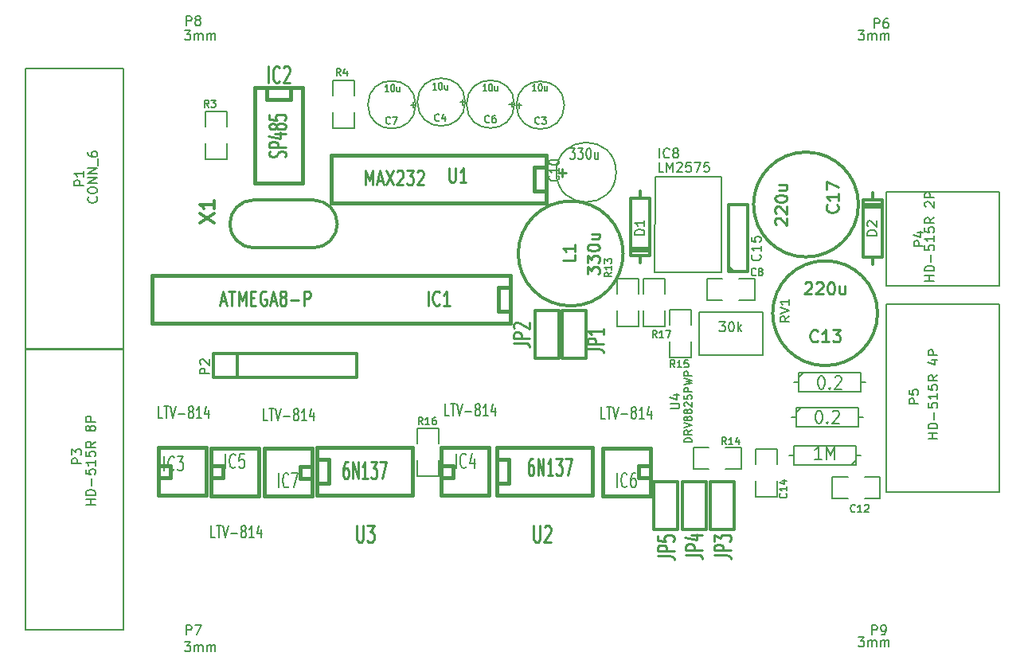
<source format=gto>
G04 (created by PCBNEW (2013-may-18)-stable) date  7.03.2015 (сб) 20,10,59 EET*
%MOIN*%
G04 Gerber Fmt 3.4, Leading zero omitted, Abs format*
%FSLAX34Y34*%
G01*
G70*
G90*
G04 APERTURE LIST*
%ADD10C,0.00590551*%
%ADD11C,0.005*%
%ADD12C,0.012*%
%ADD13C,0.008*%
%ADD14C,0.0125*%
%ADD15C,0.015*%
%ADD16C,0.0107*%
%ADD17C,0.01125*%
%ADD18C,0.01*%
%ADD19C,0.0075*%
%ADD20C,0.006*%
G04 APERTURE END LIST*
G54D10*
G54D11*
X95980Y-47120D02*
X96880Y-47120D01*
X96880Y-47120D02*
X96880Y-46470D01*
X95980Y-45770D02*
X95980Y-45120D01*
X95980Y-45120D02*
X96880Y-45120D01*
X96880Y-45120D02*
X96880Y-45770D01*
X95980Y-46470D02*
X95980Y-47120D01*
X109540Y-46830D02*
X109540Y-45930D01*
X109540Y-45930D02*
X108890Y-45930D01*
X108190Y-46830D02*
X107540Y-46830D01*
X107540Y-46830D02*
X107540Y-45930D01*
X107540Y-45930D02*
X108190Y-45930D01*
X108890Y-46830D02*
X109540Y-46830D01*
X108100Y-38850D02*
X108100Y-39750D01*
X108100Y-39750D02*
X108750Y-39750D01*
X109450Y-38850D02*
X110100Y-38850D01*
X110100Y-38850D02*
X110100Y-39750D01*
X110100Y-39750D02*
X109450Y-39750D01*
X108750Y-38850D02*
X108100Y-38850D01*
X105250Y-38850D02*
X104350Y-38850D01*
X104350Y-38850D02*
X104350Y-39500D01*
X105250Y-40200D02*
X105250Y-40850D01*
X105250Y-40850D02*
X104350Y-40850D01*
X104350Y-40850D02*
X104350Y-40200D01*
X105250Y-39500D02*
X105250Y-38850D01*
X107450Y-40150D02*
X106550Y-40150D01*
X106550Y-40150D02*
X106550Y-40800D01*
X107450Y-41500D02*
X107450Y-42150D01*
X107450Y-42150D02*
X106550Y-42150D01*
X106550Y-42150D02*
X106550Y-41500D01*
X107450Y-40800D02*
X107450Y-40150D01*
X111030Y-45980D02*
X110130Y-45980D01*
X110130Y-45980D02*
X110130Y-46630D01*
X111030Y-47330D02*
X111030Y-47980D01*
X111030Y-47980D02*
X110130Y-47980D01*
X110130Y-47980D02*
X110130Y-47330D01*
X111030Y-46630D02*
X111030Y-45980D01*
X106350Y-38850D02*
X105450Y-38850D01*
X105450Y-38850D02*
X105450Y-39500D01*
X106350Y-40200D02*
X106350Y-40850D01*
X106350Y-40850D02*
X105450Y-40850D01*
X105450Y-40850D02*
X105450Y-40200D01*
X106350Y-39500D02*
X106350Y-38850D01*
G54D12*
X101900Y-42190D02*
X100900Y-42190D01*
X100900Y-42190D02*
X100900Y-40190D01*
X100900Y-40190D02*
X101900Y-40190D01*
X101900Y-40190D02*
X101900Y-42190D01*
X105890Y-47350D02*
X106890Y-47350D01*
X106890Y-47350D02*
X106890Y-49350D01*
X106890Y-49350D02*
X105890Y-49350D01*
X105890Y-49350D02*
X105890Y-47350D01*
X107070Y-47350D02*
X108070Y-47350D01*
X108070Y-47350D02*
X108070Y-49350D01*
X108070Y-49350D02*
X107070Y-49350D01*
X107070Y-49350D02*
X107070Y-47350D01*
X103050Y-42200D02*
X102050Y-42200D01*
X102050Y-42200D02*
X102050Y-40200D01*
X102050Y-40200D02*
X103050Y-40200D01*
X103050Y-40200D02*
X103050Y-42200D01*
X108230Y-47350D02*
X109230Y-47350D01*
X109230Y-47350D02*
X109230Y-49350D01*
X109230Y-49350D02*
X108230Y-49350D01*
X108230Y-49350D02*
X108230Y-47350D01*
G54D13*
X111650Y-44650D02*
X111850Y-44650D01*
X114650Y-44650D02*
X114450Y-44650D01*
X114450Y-44650D02*
X114450Y-44250D01*
X114450Y-44250D02*
X111850Y-44250D01*
X111850Y-44250D02*
X111850Y-45050D01*
X111850Y-45050D02*
X114450Y-45050D01*
X114450Y-45050D02*
X114450Y-44650D01*
X111850Y-44450D02*
X112050Y-44250D01*
X114550Y-46250D02*
X114350Y-46250D01*
X111550Y-46250D02*
X111750Y-46250D01*
X111750Y-46250D02*
X111750Y-46650D01*
X111750Y-46650D02*
X114350Y-46650D01*
X114350Y-46650D02*
X114350Y-45850D01*
X114350Y-45850D02*
X111750Y-45850D01*
X111750Y-45850D02*
X111750Y-46250D01*
X114350Y-46450D02*
X114150Y-46650D01*
X111750Y-43200D02*
X111950Y-43200D01*
X114750Y-43200D02*
X114550Y-43200D01*
X114550Y-43200D02*
X114550Y-42800D01*
X114550Y-42800D02*
X111950Y-42800D01*
X111950Y-42800D02*
X111950Y-43600D01*
X111950Y-43600D02*
X114550Y-43600D01*
X114550Y-43600D02*
X114550Y-43200D01*
X111950Y-43000D02*
X112150Y-42800D01*
G54D12*
X87440Y-42990D02*
X87440Y-41990D01*
X87440Y-41990D02*
X93440Y-41990D01*
X93440Y-41990D02*
X93440Y-42990D01*
X93440Y-42990D02*
X87440Y-42990D01*
X88440Y-42990D02*
X88440Y-41990D01*
G54D14*
X91630Y-35560D02*
X89130Y-35560D01*
X91630Y-37560D02*
X89130Y-37560D01*
X88130Y-36560D02*
G75*
G03X89130Y-37560I1000J0D01*
G74*
G01*
X89130Y-35560D02*
G75*
G03X88130Y-36560I0J-1000D01*
G74*
G01*
X91630Y-37560D02*
G75*
G03X92630Y-36560I0J1000D01*
G74*
G01*
X92630Y-36560D02*
G75*
G03X91630Y-35560I-1000J0D01*
G74*
G01*
G54D15*
X91770Y-46430D02*
X92270Y-46430D01*
X92270Y-46430D02*
X92270Y-47430D01*
X92270Y-47430D02*
X91770Y-47430D01*
X91770Y-45930D02*
X95770Y-45930D01*
X95770Y-45930D02*
X95770Y-47930D01*
X95770Y-47930D02*
X91770Y-47930D01*
X91770Y-47930D02*
X91770Y-45930D01*
X99294Y-46432D02*
X99794Y-46432D01*
X99794Y-46432D02*
X99794Y-47432D01*
X99794Y-47432D02*
X99294Y-47432D01*
X99294Y-45932D02*
X103294Y-45932D01*
X103294Y-45932D02*
X103294Y-47932D01*
X103294Y-47932D02*
X99294Y-47932D01*
X99294Y-47932D02*
X99294Y-45932D01*
X101370Y-35190D02*
X101370Y-35190D01*
X101370Y-35190D02*
X100870Y-35190D01*
X100870Y-35190D02*
X100870Y-34190D01*
X100870Y-34190D02*
X101370Y-34190D01*
X101370Y-35690D02*
X92370Y-35690D01*
X92370Y-35690D02*
X92370Y-33690D01*
X92370Y-33690D02*
X101370Y-33690D01*
X101370Y-33690D02*
X101370Y-35690D01*
G54D12*
X115050Y-35250D02*
X115050Y-35550D01*
X115050Y-35550D02*
X114650Y-35550D01*
X114650Y-35550D02*
X114650Y-37950D01*
X114650Y-37950D02*
X115050Y-37950D01*
X115050Y-37950D02*
X115050Y-38250D01*
X115050Y-37950D02*
X115450Y-37950D01*
X115450Y-37950D02*
X115450Y-35550D01*
X115450Y-35550D02*
X115050Y-35550D01*
X114650Y-35750D02*
X115450Y-35750D01*
X115450Y-35850D02*
X114650Y-35850D01*
X105325Y-38200D02*
X105325Y-37900D01*
X105325Y-37900D02*
X105725Y-37900D01*
X105725Y-37900D02*
X105725Y-35500D01*
X105725Y-35500D02*
X105325Y-35500D01*
X105325Y-35500D02*
X105325Y-35200D01*
X105325Y-35500D02*
X104925Y-35500D01*
X104925Y-35500D02*
X104925Y-37900D01*
X104925Y-37900D02*
X105325Y-37900D01*
X105725Y-37700D02*
X104925Y-37700D01*
X104925Y-37600D02*
X105725Y-37600D01*
X115245Y-40300D02*
G75*
G03X115245Y-40300I-2195J0D01*
G74*
G01*
X114445Y-35750D02*
G75*
G03X114445Y-35750I-2195J0D01*
G74*
G01*
X104595Y-37800D02*
G75*
G03X104595Y-37800I-2195J0D01*
G74*
G01*
X109000Y-38550D02*
X109000Y-35750D01*
X109000Y-35750D02*
X109800Y-35750D01*
X109800Y-35750D02*
X109800Y-38550D01*
X109800Y-38550D02*
X109000Y-38550D01*
X109200Y-38550D02*
X109000Y-38350D01*
G54D11*
X104300Y-34400D02*
G75*
G03X104300Y-34400I-1250J0D01*
G74*
G01*
X97981Y-31460D02*
G75*
G03X97981Y-31460I-1001J0D01*
G74*
G01*
X102131Y-31590D02*
G75*
G03X102131Y-31590I-1001J0D01*
G74*
G01*
X100041Y-31550D02*
G75*
G03X100041Y-31550I-1001J0D01*
G74*
G01*
X95911Y-31570D02*
G75*
G03X95911Y-31570I-1001J0D01*
G74*
G01*
G54D10*
X105900Y-38600D02*
X105950Y-34600D01*
X105950Y-34600D02*
X107450Y-34600D01*
X107450Y-34600D02*
X108700Y-34600D01*
X108700Y-34600D02*
X108700Y-38600D01*
X108700Y-38600D02*
X105900Y-38600D01*
X116200Y-47787D02*
X115609Y-47787D01*
X115609Y-47787D02*
X115609Y-39912D01*
X115609Y-39912D02*
X120333Y-39912D01*
X120333Y-39912D02*
X120333Y-47787D01*
X120333Y-47787D02*
X116200Y-47787D01*
X116200Y-39168D02*
X115609Y-39168D01*
X115609Y-39168D02*
X115609Y-35231D01*
X115609Y-35231D02*
X120333Y-35231D01*
X120333Y-35231D02*
X120333Y-39168D01*
X120333Y-39168D02*
X116200Y-39168D01*
G54D15*
X90680Y-30870D02*
X90680Y-31370D01*
X90680Y-31370D02*
X89680Y-31370D01*
X89680Y-31370D02*
X89680Y-30870D01*
X91180Y-30870D02*
X91180Y-34870D01*
X91180Y-34870D02*
X89180Y-34870D01*
X89180Y-34870D02*
X89180Y-30870D01*
X89180Y-30870D02*
X91180Y-30870D01*
X96990Y-45930D02*
X98990Y-45930D01*
X98990Y-45930D02*
X98990Y-47930D01*
X98990Y-47930D02*
X96990Y-47930D01*
X96990Y-47930D02*
X96990Y-45930D01*
X96990Y-46680D02*
X97490Y-46680D01*
X97490Y-46680D02*
X97490Y-47180D01*
X97490Y-47180D02*
X96990Y-47180D01*
X87340Y-45950D02*
X89340Y-45950D01*
X89340Y-45950D02*
X89340Y-47950D01*
X89340Y-47950D02*
X87340Y-47950D01*
X87340Y-47950D02*
X87340Y-45950D01*
X87340Y-46700D02*
X87840Y-46700D01*
X87840Y-46700D02*
X87840Y-47200D01*
X87840Y-47200D02*
X87340Y-47200D01*
X85130Y-45930D02*
X87130Y-45930D01*
X87130Y-45930D02*
X87130Y-47930D01*
X87130Y-47930D02*
X85130Y-47930D01*
X85130Y-47930D02*
X85130Y-45930D01*
X85130Y-46680D02*
X85630Y-46680D01*
X85630Y-46680D02*
X85630Y-47180D01*
X85630Y-47180D02*
X85130Y-47180D01*
X105730Y-47950D02*
X103730Y-47950D01*
X103730Y-47950D02*
X103730Y-45950D01*
X103730Y-45950D02*
X105730Y-45950D01*
X105730Y-45950D02*
X105730Y-47950D01*
X105730Y-47200D02*
X105230Y-47200D01*
X105230Y-47200D02*
X105230Y-46700D01*
X105230Y-46700D02*
X105730Y-46700D01*
X91560Y-47960D02*
X89560Y-47960D01*
X89560Y-47960D02*
X89560Y-45960D01*
X89560Y-45960D02*
X91560Y-45960D01*
X91560Y-45960D02*
X91560Y-47960D01*
X91560Y-47210D02*
X91060Y-47210D01*
X91060Y-47210D02*
X91060Y-46710D01*
X91060Y-46710D02*
X91560Y-46710D01*
X99870Y-40730D02*
X84870Y-40730D01*
X84870Y-40730D02*
X84870Y-38730D01*
X84870Y-38730D02*
X99870Y-38730D01*
X99870Y-38730D02*
X99870Y-40730D01*
X99870Y-40230D02*
X99370Y-40230D01*
X99370Y-40230D02*
X99370Y-39230D01*
X99370Y-39230D02*
X99870Y-39230D01*
G54D10*
X107761Y-40244D02*
X107761Y-42055D01*
X110438Y-40283D02*
X110438Y-42016D01*
X107761Y-40244D02*
X110438Y-40244D01*
X107761Y-42055D02*
X110438Y-42055D01*
G54D11*
X113350Y-47150D02*
X113350Y-48050D01*
X113350Y-48050D02*
X114000Y-48050D01*
X114700Y-47150D02*
X115350Y-47150D01*
X115350Y-47150D02*
X115350Y-48050D01*
X115350Y-48050D02*
X114700Y-48050D01*
X114000Y-47150D02*
X113350Y-47150D01*
X87100Y-33840D02*
X88000Y-33840D01*
X88000Y-33840D02*
X88000Y-33190D01*
X87100Y-32490D02*
X87100Y-31840D01*
X87100Y-31840D02*
X88000Y-31840D01*
X88000Y-31840D02*
X88000Y-32490D01*
X87100Y-33190D02*
X87100Y-33840D01*
X92430Y-32550D02*
X93330Y-32550D01*
X93330Y-32550D02*
X93330Y-31900D01*
X92430Y-31200D02*
X92430Y-30550D01*
X92430Y-30550D02*
X93330Y-30550D01*
X93330Y-30550D02*
X93330Y-31200D01*
X92430Y-31900D02*
X92430Y-32550D01*
G54D10*
X79560Y-41800D02*
X79580Y-53560D01*
X83672Y-53553D02*
X79577Y-53553D01*
X83672Y-41801D02*
X83672Y-53553D01*
X83672Y-41801D02*
X79577Y-41801D01*
X79560Y-30060D02*
X79580Y-41820D01*
X83672Y-41813D02*
X79577Y-41813D01*
X83672Y-30061D02*
X83672Y-41813D01*
X83672Y-30061D02*
X79577Y-30061D01*
G54D11*
X96207Y-44961D02*
X96107Y-44818D01*
X96035Y-44961D02*
X96035Y-44661D01*
X96150Y-44661D01*
X96178Y-44675D01*
X96192Y-44690D01*
X96207Y-44718D01*
X96207Y-44761D01*
X96192Y-44790D01*
X96178Y-44804D01*
X96150Y-44818D01*
X96035Y-44818D01*
X96492Y-44961D02*
X96321Y-44961D01*
X96407Y-44961D02*
X96407Y-44661D01*
X96378Y-44704D01*
X96350Y-44732D01*
X96321Y-44747D01*
X96750Y-44661D02*
X96692Y-44661D01*
X96664Y-44675D01*
X96650Y-44690D01*
X96621Y-44732D01*
X96607Y-44790D01*
X96607Y-44904D01*
X96621Y-44932D01*
X96635Y-44947D01*
X96664Y-44961D01*
X96721Y-44961D01*
X96750Y-44947D01*
X96764Y-44932D01*
X96778Y-44904D01*
X96778Y-44832D01*
X96764Y-44804D01*
X96750Y-44790D01*
X96721Y-44775D01*
X96664Y-44775D01*
X96635Y-44790D01*
X96621Y-44804D01*
X96607Y-44832D01*
X108907Y-45801D02*
X108807Y-45658D01*
X108735Y-45801D02*
X108735Y-45501D01*
X108850Y-45501D01*
X108878Y-45515D01*
X108892Y-45530D01*
X108907Y-45558D01*
X108907Y-45601D01*
X108892Y-45630D01*
X108878Y-45644D01*
X108850Y-45658D01*
X108735Y-45658D01*
X109192Y-45801D02*
X109021Y-45801D01*
X109107Y-45801D02*
X109107Y-45501D01*
X109078Y-45544D01*
X109050Y-45572D01*
X109021Y-45587D01*
X109450Y-45601D02*
X109450Y-45801D01*
X109378Y-45487D02*
X109307Y-45701D01*
X109492Y-45701D01*
X110150Y-38692D02*
X110135Y-38707D01*
X110092Y-38721D01*
X110064Y-38721D01*
X110021Y-38707D01*
X109992Y-38678D01*
X109978Y-38650D01*
X109964Y-38592D01*
X109964Y-38550D01*
X109978Y-38492D01*
X109992Y-38464D01*
X110021Y-38435D01*
X110064Y-38421D01*
X110092Y-38421D01*
X110135Y-38435D01*
X110150Y-38450D01*
X110321Y-38550D02*
X110292Y-38535D01*
X110278Y-38521D01*
X110264Y-38492D01*
X110264Y-38478D01*
X110278Y-38450D01*
X110292Y-38435D01*
X110321Y-38421D01*
X110378Y-38421D01*
X110407Y-38435D01*
X110421Y-38450D01*
X110435Y-38478D01*
X110435Y-38492D01*
X110421Y-38521D01*
X110407Y-38535D01*
X110378Y-38550D01*
X110321Y-38550D01*
X110292Y-38564D01*
X110278Y-38578D01*
X110264Y-38607D01*
X110264Y-38664D01*
X110278Y-38692D01*
X110292Y-38707D01*
X110321Y-38721D01*
X110378Y-38721D01*
X110407Y-38707D01*
X110421Y-38692D01*
X110435Y-38664D01*
X110435Y-38607D01*
X110421Y-38578D01*
X110407Y-38564D01*
X110378Y-38550D01*
X104121Y-38592D02*
X103978Y-38692D01*
X104121Y-38764D02*
X103821Y-38764D01*
X103821Y-38650D01*
X103835Y-38621D01*
X103850Y-38607D01*
X103878Y-38592D01*
X103921Y-38592D01*
X103950Y-38607D01*
X103964Y-38621D01*
X103978Y-38650D01*
X103978Y-38764D01*
X104121Y-38307D02*
X104121Y-38478D01*
X104121Y-38392D02*
X103821Y-38392D01*
X103864Y-38421D01*
X103892Y-38450D01*
X103907Y-38478D01*
X103821Y-38207D02*
X103821Y-38021D01*
X103935Y-38121D01*
X103935Y-38078D01*
X103950Y-38050D01*
X103964Y-38035D01*
X103992Y-38021D01*
X104064Y-38021D01*
X104092Y-38035D01*
X104107Y-38050D01*
X104121Y-38078D01*
X104121Y-38164D01*
X104107Y-38192D01*
X104092Y-38207D01*
X106757Y-42571D02*
X106657Y-42428D01*
X106585Y-42571D02*
X106585Y-42271D01*
X106700Y-42271D01*
X106728Y-42285D01*
X106742Y-42300D01*
X106757Y-42328D01*
X106757Y-42371D01*
X106742Y-42400D01*
X106728Y-42414D01*
X106700Y-42428D01*
X106585Y-42428D01*
X107042Y-42571D02*
X106871Y-42571D01*
X106957Y-42571D02*
X106957Y-42271D01*
X106928Y-42314D01*
X106900Y-42342D01*
X106871Y-42357D01*
X107314Y-42271D02*
X107171Y-42271D01*
X107157Y-42414D01*
X107171Y-42400D01*
X107200Y-42385D01*
X107271Y-42385D01*
X107300Y-42400D01*
X107314Y-42414D01*
X107328Y-42442D01*
X107328Y-42514D01*
X107314Y-42542D01*
X107300Y-42557D01*
X107271Y-42571D01*
X107200Y-42571D01*
X107171Y-42557D01*
X107157Y-42542D01*
X111412Y-47852D02*
X111427Y-47867D01*
X111441Y-47910D01*
X111441Y-47938D01*
X111427Y-47981D01*
X111398Y-48010D01*
X111370Y-48024D01*
X111312Y-48038D01*
X111270Y-48038D01*
X111212Y-48024D01*
X111184Y-48010D01*
X111155Y-47981D01*
X111141Y-47938D01*
X111141Y-47910D01*
X111155Y-47867D01*
X111170Y-47852D01*
X111441Y-47567D02*
X111441Y-47738D01*
X111441Y-47652D02*
X111141Y-47652D01*
X111184Y-47681D01*
X111212Y-47710D01*
X111227Y-47738D01*
X111241Y-47310D02*
X111441Y-47310D01*
X111127Y-47381D02*
X111341Y-47452D01*
X111341Y-47267D01*
X106007Y-41321D02*
X105907Y-41178D01*
X105835Y-41321D02*
X105835Y-41021D01*
X105950Y-41021D01*
X105978Y-41035D01*
X105992Y-41050D01*
X106007Y-41078D01*
X106007Y-41121D01*
X105992Y-41150D01*
X105978Y-41164D01*
X105950Y-41178D01*
X105835Y-41178D01*
X106292Y-41321D02*
X106121Y-41321D01*
X106207Y-41321D02*
X106207Y-41021D01*
X106178Y-41064D01*
X106150Y-41092D01*
X106121Y-41107D01*
X106392Y-41021D02*
X106592Y-41021D01*
X106464Y-41321D01*
G54D16*
X99994Y-41546D02*
X100481Y-41546D01*
X100578Y-41567D01*
X100643Y-41607D01*
X100675Y-41668D01*
X100675Y-41709D01*
X100675Y-41342D02*
X99994Y-41342D01*
X99994Y-41179D01*
X100027Y-41139D01*
X100059Y-41118D01*
X100124Y-41098D01*
X100221Y-41098D01*
X100286Y-41118D01*
X100318Y-41139D01*
X100351Y-41179D01*
X100351Y-41342D01*
X100059Y-40935D02*
X100027Y-40914D01*
X99994Y-40874D01*
X99994Y-40772D01*
X100027Y-40731D01*
X100059Y-40711D01*
X100124Y-40690D01*
X100189Y-40690D01*
X100286Y-40711D01*
X100675Y-40955D01*
X100675Y-40690D01*
G54D12*
G54D16*
X106054Y-50456D02*
X106541Y-50456D01*
X106638Y-50477D01*
X106703Y-50517D01*
X106735Y-50578D01*
X106735Y-50619D01*
X106735Y-50252D02*
X106054Y-50252D01*
X106054Y-50089D01*
X106087Y-50049D01*
X106119Y-50028D01*
X106184Y-50008D01*
X106281Y-50008D01*
X106346Y-50028D01*
X106378Y-50049D01*
X106411Y-50089D01*
X106411Y-50252D01*
X106054Y-49621D02*
X106054Y-49824D01*
X106378Y-49845D01*
X106346Y-49824D01*
X106314Y-49784D01*
X106314Y-49682D01*
X106346Y-49641D01*
X106378Y-49621D01*
X106443Y-49600D01*
X106605Y-49600D01*
X106670Y-49621D01*
X106703Y-49641D01*
X106735Y-49682D01*
X106735Y-49784D01*
X106703Y-49824D01*
X106670Y-49845D01*
G54D12*
G54D16*
X107214Y-50416D02*
X107701Y-50416D01*
X107798Y-50437D01*
X107863Y-50477D01*
X107895Y-50538D01*
X107895Y-50579D01*
X107895Y-50212D02*
X107214Y-50212D01*
X107214Y-50049D01*
X107247Y-50009D01*
X107279Y-49988D01*
X107344Y-49968D01*
X107441Y-49968D01*
X107506Y-49988D01*
X107538Y-50009D01*
X107571Y-50049D01*
X107571Y-50212D01*
X107441Y-49601D02*
X107895Y-49601D01*
X107182Y-49703D02*
X107668Y-49805D01*
X107668Y-49540D01*
G54D12*
G54D16*
X103094Y-41796D02*
X103581Y-41796D01*
X103678Y-41817D01*
X103743Y-41857D01*
X103775Y-41918D01*
X103775Y-41959D01*
X103775Y-41592D02*
X103094Y-41592D01*
X103094Y-41429D01*
X103127Y-41389D01*
X103159Y-41368D01*
X103224Y-41348D01*
X103321Y-41348D01*
X103386Y-41368D01*
X103418Y-41389D01*
X103451Y-41429D01*
X103451Y-41592D01*
X103775Y-40940D02*
X103775Y-41185D01*
X103775Y-41062D02*
X103094Y-41062D01*
X103191Y-41103D01*
X103256Y-41144D01*
X103289Y-41185D01*
G54D12*
G54D16*
X108414Y-50436D02*
X108901Y-50436D01*
X108998Y-50457D01*
X109063Y-50497D01*
X109095Y-50558D01*
X109095Y-50599D01*
X109095Y-50232D02*
X108414Y-50232D01*
X108414Y-50069D01*
X108447Y-50029D01*
X108479Y-50008D01*
X108544Y-49988D01*
X108641Y-49988D01*
X108706Y-50008D01*
X108738Y-50029D01*
X108771Y-50069D01*
X108771Y-50232D01*
X108414Y-49845D02*
X108414Y-49580D01*
X108674Y-49723D01*
X108674Y-49662D01*
X108706Y-49621D01*
X108738Y-49601D01*
X108803Y-49580D01*
X108965Y-49580D01*
X109030Y-49601D01*
X109063Y-49621D01*
X109095Y-49662D01*
X109095Y-49784D01*
X109063Y-49825D01*
X109030Y-49845D01*
G54D12*
G54D13*
X112769Y-44372D02*
X112816Y-44372D01*
X112864Y-44398D01*
X112888Y-44425D01*
X112911Y-44477D01*
X112935Y-44582D01*
X112935Y-44713D01*
X112911Y-44817D01*
X112888Y-44870D01*
X112864Y-44896D01*
X112816Y-44922D01*
X112769Y-44922D01*
X112721Y-44896D01*
X112697Y-44870D01*
X112673Y-44817D01*
X112650Y-44713D01*
X112650Y-44582D01*
X112673Y-44477D01*
X112697Y-44425D01*
X112721Y-44398D01*
X112769Y-44372D01*
X113150Y-44870D02*
X113173Y-44896D01*
X113150Y-44922D01*
X113126Y-44896D01*
X113150Y-44870D01*
X113150Y-44922D01*
X113364Y-44425D02*
X113388Y-44398D01*
X113435Y-44372D01*
X113554Y-44372D01*
X113602Y-44398D01*
X113626Y-44425D01*
X113650Y-44477D01*
X113650Y-44529D01*
X113626Y-44608D01*
X113340Y-44922D01*
X113650Y-44922D01*
X112907Y-46422D02*
X112621Y-46422D01*
X112764Y-46422D02*
X112764Y-45872D01*
X112716Y-45951D01*
X112669Y-46003D01*
X112621Y-46029D01*
X113121Y-46422D02*
X113121Y-45872D01*
X113288Y-46265D01*
X113454Y-45872D01*
X113454Y-46422D01*
X112869Y-42922D02*
X112916Y-42922D01*
X112964Y-42948D01*
X112988Y-42975D01*
X113011Y-43027D01*
X113035Y-43132D01*
X113035Y-43263D01*
X113011Y-43367D01*
X112988Y-43420D01*
X112964Y-43446D01*
X112916Y-43472D01*
X112869Y-43472D01*
X112821Y-43446D01*
X112797Y-43420D01*
X112773Y-43367D01*
X112750Y-43263D01*
X112750Y-43132D01*
X112773Y-43027D01*
X112797Y-42975D01*
X112821Y-42948D01*
X112869Y-42922D01*
X113250Y-43420D02*
X113273Y-43446D01*
X113250Y-43472D01*
X113226Y-43446D01*
X113250Y-43420D01*
X113250Y-43472D01*
X113464Y-42975D02*
X113488Y-42948D01*
X113535Y-42922D01*
X113654Y-42922D01*
X113702Y-42948D01*
X113726Y-42975D01*
X113750Y-43027D01*
X113750Y-43079D01*
X113726Y-43158D01*
X113440Y-43472D01*
X113750Y-43472D01*
X87281Y-42835D02*
X86881Y-42835D01*
X86881Y-42682D01*
X86900Y-42644D01*
X86920Y-42625D01*
X86958Y-42606D01*
X87015Y-42606D01*
X87053Y-42625D01*
X87072Y-42644D01*
X87091Y-42682D01*
X87091Y-42835D01*
X86920Y-42454D02*
X86900Y-42435D01*
X86881Y-42397D01*
X86881Y-42301D01*
X86900Y-42263D01*
X86920Y-42244D01*
X86958Y-42225D01*
X86996Y-42225D01*
X87053Y-42244D01*
X87281Y-42473D01*
X87281Y-42225D01*
G54D12*
X86882Y-36525D02*
X87482Y-36125D01*
X86882Y-36125D02*
X87482Y-36525D01*
X87482Y-35582D02*
X87482Y-35925D01*
X87482Y-35754D02*
X86882Y-35754D01*
X86968Y-35811D01*
X87025Y-35868D01*
X87054Y-35925D01*
G54D17*
X93457Y-49183D02*
X93457Y-49750D01*
X93478Y-49816D01*
X93500Y-49850D01*
X93542Y-49883D01*
X93628Y-49883D01*
X93671Y-49850D01*
X93692Y-49816D01*
X93714Y-49750D01*
X93714Y-49183D01*
X93885Y-49183D02*
X94164Y-49183D01*
X94014Y-49450D01*
X94078Y-49450D01*
X94121Y-49483D01*
X94142Y-49516D01*
X94164Y-49583D01*
X94164Y-49750D01*
X94142Y-49816D01*
X94121Y-49850D01*
X94078Y-49883D01*
X93950Y-49883D01*
X93907Y-49850D01*
X93885Y-49816D01*
G54D12*
G54D18*
X93065Y-46513D02*
X92989Y-46513D01*
X92950Y-46546D01*
X92931Y-46580D01*
X92893Y-46680D01*
X92874Y-46813D01*
X92874Y-47080D01*
X92893Y-47146D01*
X92912Y-47180D01*
X92950Y-47213D01*
X93027Y-47213D01*
X93065Y-47180D01*
X93084Y-47146D01*
X93103Y-47080D01*
X93103Y-46913D01*
X93084Y-46846D01*
X93065Y-46813D01*
X93027Y-46780D01*
X92950Y-46780D01*
X92912Y-46813D01*
X92893Y-46846D01*
X92874Y-46913D01*
X93274Y-47213D02*
X93274Y-46513D01*
X93503Y-47213D01*
X93503Y-46513D01*
X93903Y-47213D02*
X93674Y-47213D01*
X93789Y-47213D02*
X93789Y-46513D01*
X93750Y-46613D01*
X93712Y-46680D01*
X93674Y-46713D01*
X94036Y-46513D02*
X94284Y-46513D01*
X94150Y-46780D01*
X94208Y-46780D01*
X94246Y-46813D01*
X94265Y-46846D01*
X94284Y-46913D01*
X94284Y-47080D01*
X94265Y-47146D01*
X94246Y-47180D01*
X94208Y-47213D01*
X94093Y-47213D01*
X94055Y-47180D01*
X94036Y-47146D01*
X94417Y-46513D02*
X94684Y-46513D01*
X94512Y-47213D01*
G54D12*
G54D17*
X100857Y-49183D02*
X100857Y-49750D01*
X100878Y-49816D01*
X100900Y-49850D01*
X100942Y-49883D01*
X101028Y-49883D01*
X101071Y-49850D01*
X101092Y-49816D01*
X101114Y-49750D01*
X101114Y-49183D01*
X101307Y-49250D02*
X101328Y-49216D01*
X101371Y-49183D01*
X101478Y-49183D01*
X101521Y-49216D01*
X101542Y-49250D01*
X101564Y-49316D01*
X101564Y-49383D01*
X101542Y-49483D01*
X101285Y-49883D01*
X101564Y-49883D01*
G54D12*
G54D18*
X100819Y-46400D02*
X100743Y-46400D01*
X100704Y-46433D01*
X100685Y-46467D01*
X100647Y-46567D01*
X100628Y-46700D01*
X100628Y-46967D01*
X100647Y-47033D01*
X100666Y-47067D01*
X100704Y-47100D01*
X100781Y-47100D01*
X100819Y-47067D01*
X100838Y-47033D01*
X100857Y-46967D01*
X100857Y-46800D01*
X100838Y-46733D01*
X100819Y-46700D01*
X100781Y-46667D01*
X100704Y-46667D01*
X100666Y-46700D01*
X100647Y-46733D01*
X100628Y-46800D01*
X101028Y-47100D02*
X101028Y-46400D01*
X101257Y-47100D01*
X101257Y-46400D01*
X101657Y-47100D02*
X101428Y-47100D01*
X101543Y-47100D02*
X101543Y-46400D01*
X101504Y-46500D01*
X101466Y-46567D01*
X101428Y-46600D01*
X101790Y-46400D02*
X102038Y-46400D01*
X101904Y-46667D01*
X101962Y-46667D01*
X102000Y-46700D01*
X102019Y-46733D01*
X102038Y-46800D01*
X102038Y-46967D01*
X102019Y-47033D01*
X102000Y-47067D01*
X101962Y-47100D01*
X101847Y-47100D01*
X101809Y-47067D01*
X101790Y-47033D01*
X102171Y-46400D02*
X102438Y-46400D01*
X102266Y-47100D01*
G54D12*
G54D17*
X97317Y-34222D02*
X97317Y-34708D01*
X97338Y-34765D01*
X97360Y-34794D01*
X97402Y-34822D01*
X97488Y-34822D01*
X97531Y-34794D01*
X97552Y-34765D01*
X97574Y-34708D01*
X97574Y-34222D01*
X98024Y-34822D02*
X97767Y-34822D01*
X97895Y-34822D02*
X97895Y-34222D01*
X97852Y-34308D01*
X97810Y-34365D01*
X97767Y-34394D01*
G54D12*
G54D17*
X93820Y-34922D02*
X93820Y-34322D01*
X93970Y-34751D01*
X94120Y-34322D01*
X94120Y-34922D01*
X94312Y-34751D02*
X94527Y-34751D01*
X94270Y-34922D02*
X94420Y-34322D01*
X94570Y-34922D01*
X94677Y-34322D02*
X94977Y-34922D01*
X94977Y-34322D02*
X94677Y-34922D01*
X95127Y-34380D02*
X95148Y-34351D01*
X95191Y-34322D01*
X95298Y-34322D01*
X95341Y-34351D01*
X95362Y-34380D01*
X95384Y-34437D01*
X95384Y-34494D01*
X95362Y-34580D01*
X95105Y-34922D01*
X95384Y-34922D01*
X95534Y-34322D02*
X95812Y-34322D01*
X95662Y-34551D01*
X95727Y-34551D01*
X95770Y-34580D01*
X95791Y-34608D01*
X95812Y-34665D01*
X95812Y-34808D01*
X95791Y-34865D01*
X95770Y-34894D01*
X95727Y-34922D01*
X95598Y-34922D01*
X95555Y-34894D01*
X95534Y-34865D01*
X95984Y-34380D02*
X96005Y-34351D01*
X96048Y-34322D01*
X96155Y-34322D01*
X96198Y-34351D01*
X96220Y-34380D01*
X96241Y-34437D01*
X96241Y-34494D01*
X96220Y-34580D01*
X95962Y-34922D01*
X96241Y-34922D01*
G54D12*
G54D13*
X115211Y-37045D02*
X114811Y-37045D01*
X114811Y-36949D01*
X114830Y-36892D01*
X114869Y-36854D01*
X114907Y-36835D01*
X114983Y-36816D01*
X115040Y-36816D01*
X115116Y-36835D01*
X115154Y-36854D01*
X115192Y-36892D01*
X115211Y-36949D01*
X115211Y-37045D01*
X114850Y-36664D02*
X114830Y-36645D01*
X114811Y-36607D01*
X114811Y-36511D01*
X114830Y-36473D01*
X114850Y-36454D01*
X114888Y-36435D01*
X114926Y-36435D01*
X114983Y-36454D01*
X115211Y-36683D01*
X115211Y-36435D01*
X105486Y-37020D02*
X105086Y-37020D01*
X105086Y-36924D01*
X105105Y-36867D01*
X105144Y-36829D01*
X105182Y-36810D01*
X105258Y-36791D01*
X105315Y-36791D01*
X105391Y-36810D01*
X105429Y-36829D01*
X105467Y-36867D01*
X105486Y-36924D01*
X105486Y-37020D01*
X105486Y-36410D02*
X105486Y-36639D01*
X105486Y-36524D02*
X105086Y-36524D01*
X105144Y-36563D01*
X105182Y-36601D01*
X105201Y-36639D01*
G54D18*
X112728Y-41454D02*
X112704Y-41478D01*
X112633Y-41502D01*
X112585Y-41502D01*
X112514Y-41478D01*
X112466Y-41430D01*
X112442Y-41383D01*
X112419Y-41288D01*
X112419Y-41216D01*
X112442Y-41121D01*
X112466Y-41073D01*
X112514Y-41026D01*
X112585Y-41002D01*
X112633Y-41002D01*
X112704Y-41026D01*
X112728Y-41050D01*
X113204Y-41502D02*
X112919Y-41502D01*
X113061Y-41502D02*
X113061Y-41002D01*
X113014Y-41073D01*
X112966Y-41121D01*
X112919Y-41145D01*
X113371Y-41002D02*
X113680Y-41002D01*
X113514Y-41192D01*
X113585Y-41192D01*
X113633Y-41216D01*
X113657Y-41240D01*
X113680Y-41288D01*
X113680Y-41407D01*
X113657Y-41454D01*
X113633Y-41478D01*
X113585Y-41502D01*
X113442Y-41502D01*
X113395Y-41478D01*
X113371Y-41454D01*
X112204Y-39050D02*
X112228Y-39026D01*
X112276Y-39002D01*
X112395Y-39002D01*
X112442Y-39026D01*
X112466Y-39050D01*
X112490Y-39097D01*
X112490Y-39145D01*
X112466Y-39216D01*
X112180Y-39502D01*
X112490Y-39502D01*
X112680Y-39050D02*
X112704Y-39026D01*
X112752Y-39002D01*
X112871Y-39002D01*
X112919Y-39026D01*
X112942Y-39050D01*
X112966Y-39097D01*
X112966Y-39145D01*
X112942Y-39216D01*
X112657Y-39502D01*
X112966Y-39502D01*
X113276Y-39002D02*
X113323Y-39002D01*
X113371Y-39026D01*
X113395Y-39050D01*
X113419Y-39097D01*
X113442Y-39192D01*
X113442Y-39311D01*
X113419Y-39407D01*
X113395Y-39454D01*
X113371Y-39478D01*
X113323Y-39502D01*
X113276Y-39502D01*
X113228Y-39478D01*
X113204Y-39454D01*
X113180Y-39407D01*
X113157Y-39311D01*
X113157Y-39192D01*
X113180Y-39097D01*
X113204Y-39050D01*
X113228Y-39026D01*
X113276Y-39002D01*
X113871Y-39169D02*
X113871Y-39502D01*
X113657Y-39169D02*
X113657Y-39430D01*
X113680Y-39478D01*
X113728Y-39502D01*
X113800Y-39502D01*
X113847Y-39478D01*
X113871Y-39454D01*
X113554Y-35771D02*
X113578Y-35795D01*
X113602Y-35866D01*
X113602Y-35914D01*
X113578Y-35985D01*
X113530Y-36033D01*
X113483Y-36057D01*
X113388Y-36080D01*
X113316Y-36080D01*
X113221Y-36057D01*
X113173Y-36033D01*
X113126Y-35985D01*
X113102Y-35914D01*
X113102Y-35866D01*
X113126Y-35795D01*
X113150Y-35771D01*
X113602Y-35295D02*
X113602Y-35580D01*
X113602Y-35438D02*
X113102Y-35438D01*
X113173Y-35485D01*
X113221Y-35533D01*
X113245Y-35580D01*
X113102Y-35128D02*
X113102Y-34795D01*
X113602Y-35009D01*
X111000Y-36595D02*
X110976Y-36571D01*
X110952Y-36523D01*
X110952Y-36404D01*
X110976Y-36357D01*
X111000Y-36333D01*
X111047Y-36309D01*
X111095Y-36309D01*
X111166Y-36333D01*
X111452Y-36619D01*
X111452Y-36309D01*
X111000Y-36119D02*
X110976Y-36095D01*
X110952Y-36047D01*
X110952Y-35928D01*
X110976Y-35880D01*
X111000Y-35857D01*
X111047Y-35833D01*
X111095Y-35833D01*
X111166Y-35857D01*
X111452Y-36142D01*
X111452Y-35833D01*
X110952Y-35523D02*
X110952Y-35476D01*
X110976Y-35428D01*
X111000Y-35404D01*
X111047Y-35380D01*
X111142Y-35357D01*
X111261Y-35357D01*
X111357Y-35380D01*
X111404Y-35404D01*
X111428Y-35428D01*
X111452Y-35476D01*
X111452Y-35523D01*
X111428Y-35571D01*
X111404Y-35595D01*
X111357Y-35619D01*
X111261Y-35642D01*
X111142Y-35642D01*
X111047Y-35619D01*
X111000Y-35595D01*
X110976Y-35571D01*
X110952Y-35523D01*
X111119Y-34928D02*
X111452Y-34928D01*
X111119Y-35142D02*
X111380Y-35142D01*
X111428Y-35119D01*
X111452Y-35071D01*
X111452Y-35000D01*
X111428Y-34952D01*
X111404Y-34928D01*
X102562Y-37863D02*
X102562Y-38101D01*
X102062Y-38101D01*
X102562Y-37434D02*
X102562Y-37720D01*
X102562Y-37577D02*
X102062Y-37577D01*
X102133Y-37625D01*
X102181Y-37672D01*
X102205Y-37720D01*
X103102Y-38669D02*
X103102Y-38359D01*
X103292Y-38526D01*
X103292Y-38454D01*
X103316Y-38407D01*
X103340Y-38383D01*
X103388Y-38359D01*
X103507Y-38359D01*
X103554Y-38383D01*
X103578Y-38407D01*
X103602Y-38454D01*
X103602Y-38597D01*
X103578Y-38645D01*
X103554Y-38669D01*
X103102Y-38192D02*
X103102Y-37883D01*
X103292Y-38050D01*
X103292Y-37978D01*
X103316Y-37930D01*
X103340Y-37907D01*
X103388Y-37883D01*
X103507Y-37883D01*
X103554Y-37907D01*
X103578Y-37930D01*
X103602Y-37978D01*
X103602Y-38121D01*
X103578Y-38169D01*
X103554Y-38192D01*
X103102Y-37573D02*
X103102Y-37526D01*
X103126Y-37478D01*
X103150Y-37454D01*
X103197Y-37430D01*
X103292Y-37407D01*
X103411Y-37407D01*
X103507Y-37430D01*
X103554Y-37454D01*
X103578Y-37478D01*
X103602Y-37526D01*
X103602Y-37573D01*
X103578Y-37621D01*
X103554Y-37645D01*
X103507Y-37669D01*
X103411Y-37692D01*
X103292Y-37692D01*
X103197Y-37669D01*
X103150Y-37645D01*
X103126Y-37621D01*
X103102Y-37573D01*
X103269Y-36978D02*
X103602Y-36978D01*
X103269Y-37192D02*
X103530Y-37192D01*
X103578Y-37169D01*
X103602Y-37121D01*
X103602Y-37050D01*
X103578Y-37002D01*
X103554Y-36978D01*
G54D13*
X110323Y-37857D02*
X110342Y-37876D01*
X110361Y-37933D01*
X110361Y-37971D01*
X110342Y-38028D01*
X110304Y-38066D01*
X110266Y-38085D01*
X110190Y-38104D01*
X110133Y-38104D01*
X110057Y-38085D01*
X110019Y-38066D01*
X109980Y-38028D01*
X109961Y-37971D01*
X109961Y-37933D01*
X109980Y-37876D01*
X110000Y-37857D01*
X110361Y-37476D02*
X110361Y-37704D01*
X110361Y-37590D02*
X109961Y-37590D01*
X110019Y-37628D01*
X110057Y-37666D01*
X110076Y-37704D01*
X109961Y-37114D02*
X109961Y-37304D01*
X110152Y-37323D01*
X110133Y-37304D01*
X110114Y-37266D01*
X110114Y-37171D01*
X110133Y-37133D01*
X110152Y-37114D01*
X110190Y-37095D01*
X110285Y-37095D01*
X110323Y-37114D01*
X110342Y-37133D01*
X110361Y-37171D01*
X110361Y-37266D01*
X110342Y-37304D01*
X110323Y-37323D01*
X101879Y-34545D02*
X101900Y-34561D01*
X101922Y-34611D01*
X101922Y-34645D01*
X101900Y-34695D01*
X101857Y-34728D01*
X101815Y-34745D01*
X101729Y-34761D01*
X101665Y-34761D01*
X101579Y-34745D01*
X101536Y-34728D01*
X101493Y-34695D01*
X101472Y-34645D01*
X101472Y-34611D01*
X101493Y-34561D01*
X101515Y-34545D01*
X101922Y-34211D02*
X101922Y-34411D01*
X101922Y-34311D02*
X101472Y-34311D01*
X101536Y-34345D01*
X101579Y-34378D01*
X101600Y-34411D01*
X101472Y-33995D02*
X101472Y-33961D01*
X101493Y-33928D01*
X101515Y-33911D01*
X101557Y-33895D01*
X101643Y-33878D01*
X101750Y-33878D01*
X101836Y-33895D01*
X101879Y-33911D01*
X101900Y-33928D01*
X101922Y-33961D01*
X101922Y-33995D01*
X101900Y-34028D01*
X101879Y-34045D01*
X101836Y-34061D01*
X101750Y-34078D01*
X101643Y-34078D01*
X101557Y-34061D01*
X101515Y-34045D01*
X101493Y-34028D01*
X101472Y-33995D01*
X102371Y-33392D02*
X102588Y-33392D01*
X102471Y-33563D01*
X102521Y-33563D01*
X102555Y-33585D01*
X102571Y-33606D01*
X102588Y-33649D01*
X102588Y-33756D01*
X102571Y-33799D01*
X102555Y-33820D01*
X102521Y-33842D01*
X102421Y-33842D01*
X102388Y-33820D01*
X102371Y-33799D01*
X102705Y-33392D02*
X102921Y-33392D01*
X102805Y-33563D01*
X102855Y-33563D01*
X102888Y-33585D01*
X102905Y-33606D01*
X102921Y-33649D01*
X102921Y-33756D01*
X102905Y-33799D01*
X102888Y-33820D01*
X102855Y-33842D01*
X102755Y-33842D01*
X102721Y-33820D01*
X102705Y-33799D01*
X103138Y-33392D02*
X103171Y-33392D01*
X103205Y-33413D01*
X103221Y-33435D01*
X103238Y-33477D01*
X103255Y-33563D01*
X103255Y-33670D01*
X103238Y-33756D01*
X103221Y-33799D01*
X103205Y-33820D01*
X103171Y-33842D01*
X103138Y-33842D01*
X103105Y-33820D01*
X103088Y-33799D01*
X103071Y-33756D01*
X103055Y-33670D01*
X103055Y-33563D01*
X103071Y-33477D01*
X103088Y-33435D01*
X103105Y-33413D01*
X103138Y-33392D01*
X103555Y-33542D02*
X103555Y-33842D01*
X103405Y-33542D02*
X103405Y-33777D01*
X103421Y-33820D01*
X103455Y-33842D01*
X103505Y-33842D01*
X103538Y-33820D01*
X103555Y-33799D01*
G54D17*
X101878Y-34410D02*
X102221Y-34410D01*
X102050Y-34582D02*
X102050Y-34239D01*
G54D12*
G54D11*
X96890Y-32232D02*
X96875Y-32247D01*
X96832Y-32261D01*
X96804Y-32261D01*
X96761Y-32247D01*
X96732Y-32218D01*
X96718Y-32190D01*
X96704Y-32132D01*
X96704Y-32090D01*
X96718Y-32032D01*
X96732Y-32004D01*
X96761Y-31975D01*
X96804Y-31961D01*
X96832Y-31961D01*
X96875Y-31975D01*
X96890Y-31990D01*
X97147Y-32061D02*
X97147Y-32261D01*
X97075Y-31947D02*
X97004Y-32161D01*
X97190Y-32161D01*
X96779Y-30941D02*
X96636Y-30941D01*
X96707Y-30941D02*
X96707Y-30641D01*
X96684Y-30684D01*
X96660Y-30712D01*
X96636Y-30727D01*
X96934Y-30641D02*
X96957Y-30641D01*
X96981Y-30655D01*
X96993Y-30670D01*
X97005Y-30698D01*
X97017Y-30755D01*
X97017Y-30827D01*
X97005Y-30884D01*
X96993Y-30912D01*
X96981Y-30927D01*
X96957Y-30941D01*
X96934Y-30941D01*
X96910Y-30927D01*
X96898Y-30912D01*
X96886Y-30884D01*
X96874Y-30827D01*
X96874Y-30755D01*
X96886Y-30698D01*
X96898Y-30670D01*
X96910Y-30655D01*
X96934Y-30641D01*
X97231Y-30741D02*
X97231Y-30941D01*
X97124Y-30741D02*
X97124Y-30898D01*
X97136Y-30927D01*
X97160Y-30941D01*
X97195Y-30941D01*
X97219Y-30927D01*
X97231Y-30912D01*
G54D19*
X97765Y-31467D02*
X97994Y-31467D01*
X97880Y-31581D02*
X97880Y-31352D01*
G54D13*
G54D11*
X101090Y-32352D02*
X101075Y-32367D01*
X101032Y-32381D01*
X101004Y-32381D01*
X100961Y-32367D01*
X100932Y-32338D01*
X100918Y-32310D01*
X100904Y-32252D01*
X100904Y-32210D01*
X100918Y-32152D01*
X100932Y-32124D01*
X100961Y-32095D01*
X101004Y-32081D01*
X101032Y-32081D01*
X101075Y-32095D01*
X101090Y-32110D01*
X101190Y-32081D02*
X101375Y-32081D01*
X101275Y-32195D01*
X101318Y-32195D01*
X101347Y-32210D01*
X101361Y-32224D01*
X101375Y-32252D01*
X101375Y-32324D01*
X101361Y-32352D01*
X101347Y-32367D01*
X101318Y-32381D01*
X101232Y-32381D01*
X101204Y-32367D01*
X101190Y-32352D01*
X100959Y-31001D02*
X100816Y-31001D01*
X100887Y-31001D02*
X100887Y-30701D01*
X100864Y-30744D01*
X100840Y-30772D01*
X100816Y-30787D01*
X101114Y-30701D02*
X101137Y-30701D01*
X101161Y-30715D01*
X101173Y-30730D01*
X101185Y-30758D01*
X101197Y-30815D01*
X101197Y-30887D01*
X101185Y-30944D01*
X101173Y-30972D01*
X101161Y-30987D01*
X101137Y-31001D01*
X101114Y-31001D01*
X101090Y-30987D01*
X101078Y-30972D01*
X101066Y-30944D01*
X101054Y-30887D01*
X101054Y-30815D01*
X101066Y-30758D01*
X101078Y-30730D01*
X101090Y-30715D01*
X101114Y-30701D01*
X101411Y-30801D02*
X101411Y-31001D01*
X101304Y-30801D02*
X101304Y-30958D01*
X101316Y-30987D01*
X101340Y-31001D01*
X101375Y-31001D01*
X101399Y-30987D01*
X101411Y-30972D01*
G54D19*
X100115Y-31597D02*
X100344Y-31597D01*
X100230Y-31711D02*
X100230Y-31482D01*
G54D13*
G54D11*
X98990Y-32292D02*
X98975Y-32307D01*
X98932Y-32321D01*
X98904Y-32321D01*
X98861Y-32307D01*
X98832Y-32278D01*
X98818Y-32250D01*
X98804Y-32192D01*
X98804Y-32150D01*
X98818Y-32092D01*
X98832Y-32064D01*
X98861Y-32035D01*
X98904Y-32021D01*
X98932Y-32021D01*
X98975Y-32035D01*
X98990Y-32050D01*
X99247Y-32021D02*
X99190Y-32021D01*
X99161Y-32035D01*
X99147Y-32050D01*
X99118Y-32092D01*
X99104Y-32150D01*
X99104Y-32264D01*
X99118Y-32292D01*
X99132Y-32307D01*
X99161Y-32321D01*
X99218Y-32321D01*
X99247Y-32307D01*
X99261Y-32292D01*
X99275Y-32264D01*
X99275Y-32192D01*
X99261Y-32164D01*
X99247Y-32150D01*
X99218Y-32135D01*
X99161Y-32135D01*
X99132Y-32150D01*
X99118Y-32164D01*
X99104Y-32192D01*
X98879Y-31001D02*
X98736Y-31001D01*
X98807Y-31001D02*
X98807Y-30701D01*
X98784Y-30744D01*
X98760Y-30772D01*
X98736Y-30787D01*
X99034Y-30701D02*
X99057Y-30701D01*
X99081Y-30715D01*
X99093Y-30730D01*
X99105Y-30758D01*
X99117Y-30815D01*
X99117Y-30887D01*
X99105Y-30944D01*
X99093Y-30972D01*
X99081Y-30987D01*
X99057Y-31001D01*
X99034Y-31001D01*
X99010Y-30987D01*
X98998Y-30972D01*
X98986Y-30944D01*
X98974Y-30887D01*
X98974Y-30815D01*
X98986Y-30758D01*
X98998Y-30730D01*
X99010Y-30715D01*
X99034Y-30701D01*
X99331Y-30801D02*
X99331Y-31001D01*
X99224Y-30801D02*
X99224Y-30958D01*
X99236Y-30987D01*
X99260Y-31001D01*
X99295Y-31001D01*
X99319Y-30987D01*
X99331Y-30972D01*
G54D19*
X99825Y-31557D02*
X100054Y-31557D01*
X99940Y-31671D02*
X99940Y-31442D01*
G54D13*
G54D11*
X94850Y-32352D02*
X94835Y-32367D01*
X94792Y-32381D01*
X94764Y-32381D01*
X94721Y-32367D01*
X94692Y-32338D01*
X94678Y-32310D01*
X94664Y-32252D01*
X94664Y-32210D01*
X94678Y-32152D01*
X94692Y-32124D01*
X94721Y-32095D01*
X94764Y-32081D01*
X94792Y-32081D01*
X94835Y-32095D01*
X94850Y-32110D01*
X94950Y-32081D02*
X95150Y-32081D01*
X95021Y-32381D01*
X94779Y-31021D02*
X94636Y-31021D01*
X94707Y-31021D02*
X94707Y-30721D01*
X94684Y-30764D01*
X94660Y-30792D01*
X94636Y-30807D01*
X94934Y-30721D02*
X94957Y-30721D01*
X94981Y-30735D01*
X94993Y-30750D01*
X95005Y-30778D01*
X95017Y-30835D01*
X95017Y-30907D01*
X95005Y-30964D01*
X94993Y-30992D01*
X94981Y-31007D01*
X94957Y-31021D01*
X94934Y-31021D01*
X94910Y-31007D01*
X94898Y-30992D01*
X94886Y-30964D01*
X94874Y-30907D01*
X94874Y-30835D01*
X94886Y-30778D01*
X94898Y-30750D01*
X94910Y-30735D01*
X94934Y-30721D01*
X95231Y-30821D02*
X95231Y-31021D01*
X95124Y-30821D02*
X95124Y-30978D01*
X95136Y-31007D01*
X95160Y-31021D01*
X95195Y-31021D01*
X95219Y-31007D01*
X95231Y-30992D01*
G54D19*
X95695Y-31577D02*
X95924Y-31577D01*
X95810Y-31691D02*
X95810Y-31462D01*
G54D13*
G54D10*
X106115Y-33799D02*
X106115Y-33405D01*
X106528Y-33761D02*
X106509Y-33780D01*
X106453Y-33799D01*
X106415Y-33799D01*
X106359Y-33780D01*
X106321Y-33743D01*
X106303Y-33705D01*
X106284Y-33630D01*
X106284Y-33574D01*
X106303Y-33499D01*
X106321Y-33461D01*
X106359Y-33424D01*
X106415Y-33405D01*
X106453Y-33405D01*
X106509Y-33424D01*
X106528Y-33443D01*
X106753Y-33574D02*
X106715Y-33555D01*
X106696Y-33536D01*
X106678Y-33499D01*
X106678Y-33480D01*
X106696Y-33443D01*
X106715Y-33424D01*
X106753Y-33405D01*
X106828Y-33405D01*
X106865Y-33424D01*
X106884Y-33443D01*
X106903Y-33480D01*
X106903Y-33499D01*
X106884Y-33536D01*
X106865Y-33555D01*
X106828Y-33574D01*
X106753Y-33574D01*
X106715Y-33593D01*
X106696Y-33611D01*
X106678Y-33649D01*
X106678Y-33724D01*
X106696Y-33761D01*
X106715Y-33780D01*
X106753Y-33799D01*
X106828Y-33799D01*
X106865Y-33780D01*
X106884Y-33761D01*
X106903Y-33724D01*
X106903Y-33649D01*
X106884Y-33611D01*
X106865Y-33593D01*
X106828Y-33574D01*
X106286Y-34379D02*
X106099Y-34379D01*
X106099Y-33985D01*
X106418Y-34379D02*
X106418Y-33985D01*
X106549Y-34266D01*
X106680Y-33985D01*
X106680Y-34379D01*
X106849Y-34023D02*
X106868Y-34004D01*
X106905Y-33985D01*
X106999Y-33985D01*
X107036Y-34004D01*
X107055Y-34023D01*
X107074Y-34060D01*
X107074Y-34098D01*
X107055Y-34154D01*
X106830Y-34379D01*
X107074Y-34379D01*
X107430Y-33985D02*
X107243Y-33985D01*
X107224Y-34173D01*
X107243Y-34154D01*
X107280Y-34135D01*
X107374Y-34135D01*
X107411Y-34154D01*
X107430Y-34173D01*
X107449Y-34210D01*
X107449Y-34304D01*
X107430Y-34341D01*
X107411Y-34360D01*
X107374Y-34379D01*
X107280Y-34379D01*
X107243Y-34360D01*
X107224Y-34341D01*
X107580Y-33985D02*
X107843Y-33985D01*
X107674Y-34379D01*
X108180Y-33985D02*
X107993Y-33985D01*
X107974Y-34173D01*
X107993Y-34154D01*
X108030Y-34135D01*
X108124Y-34135D01*
X108161Y-34154D01*
X108180Y-34173D01*
X108199Y-34210D01*
X108199Y-34304D01*
X108180Y-34341D01*
X108161Y-34360D01*
X108124Y-34379D01*
X108030Y-34379D01*
X107993Y-34360D01*
X107974Y-34341D01*
X116959Y-44090D02*
X116565Y-44090D01*
X116565Y-43940D01*
X116584Y-43903D01*
X116603Y-43884D01*
X116640Y-43865D01*
X116696Y-43865D01*
X116734Y-43884D01*
X116753Y-43903D01*
X116771Y-43940D01*
X116771Y-44090D01*
X116565Y-43509D02*
X116565Y-43696D01*
X116753Y-43715D01*
X116734Y-43696D01*
X116715Y-43659D01*
X116715Y-43565D01*
X116734Y-43528D01*
X116753Y-43509D01*
X116790Y-43490D01*
X116884Y-43490D01*
X116921Y-43509D01*
X116940Y-43528D01*
X116959Y-43565D01*
X116959Y-43659D01*
X116940Y-43696D01*
X116921Y-43715D01*
X117759Y-45546D02*
X117365Y-45546D01*
X117553Y-45546D02*
X117553Y-45321D01*
X117759Y-45321D02*
X117365Y-45321D01*
X117759Y-45134D02*
X117365Y-45134D01*
X117365Y-45040D01*
X117384Y-44984D01*
X117421Y-44946D01*
X117459Y-44927D01*
X117534Y-44909D01*
X117590Y-44909D01*
X117665Y-44927D01*
X117703Y-44946D01*
X117740Y-44984D01*
X117759Y-45040D01*
X117759Y-45134D01*
X117609Y-44740D02*
X117609Y-44440D01*
X117365Y-44065D02*
X117365Y-44253D01*
X117553Y-44271D01*
X117534Y-44253D01*
X117515Y-44215D01*
X117515Y-44121D01*
X117534Y-44084D01*
X117553Y-44065D01*
X117590Y-44046D01*
X117684Y-44046D01*
X117721Y-44065D01*
X117740Y-44084D01*
X117759Y-44121D01*
X117759Y-44215D01*
X117740Y-44253D01*
X117721Y-44271D01*
X117759Y-43671D02*
X117759Y-43896D01*
X117759Y-43784D02*
X117365Y-43784D01*
X117421Y-43821D01*
X117459Y-43859D01*
X117478Y-43896D01*
X117365Y-43315D02*
X117365Y-43503D01*
X117553Y-43521D01*
X117534Y-43503D01*
X117515Y-43465D01*
X117515Y-43371D01*
X117534Y-43334D01*
X117553Y-43315D01*
X117590Y-43296D01*
X117684Y-43296D01*
X117721Y-43315D01*
X117740Y-43334D01*
X117759Y-43371D01*
X117759Y-43465D01*
X117740Y-43503D01*
X117721Y-43521D01*
X117759Y-42903D02*
X117571Y-43034D01*
X117759Y-43128D02*
X117365Y-43128D01*
X117365Y-42978D01*
X117384Y-42940D01*
X117403Y-42921D01*
X117440Y-42903D01*
X117496Y-42903D01*
X117534Y-42921D01*
X117553Y-42940D01*
X117571Y-42978D01*
X117571Y-43128D01*
X117496Y-42265D02*
X117759Y-42265D01*
X117346Y-42359D02*
X117628Y-42453D01*
X117628Y-42209D01*
X117759Y-42059D02*
X117365Y-42059D01*
X117365Y-41909D01*
X117384Y-41872D01*
X117403Y-41853D01*
X117440Y-41834D01*
X117496Y-41834D01*
X117534Y-41853D01*
X117553Y-41872D01*
X117571Y-41909D01*
X117571Y-42059D01*
X117159Y-37490D02*
X116765Y-37490D01*
X116765Y-37340D01*
X116784Y-37303D01*
X116803Y-37284D01*
X116840Y-37265D01*
X116896Y-37265D01*
X116934Y-37284D01*
X116953Y-37303D01*
X116971Y-37340D01*
X116971Y-37490D01*
X116896Y-36928D02*
X117159Y-36928D01*
X116746Y-37021D02*
X117028Y-37115D01*
X117028Y-36871D01*
X117619Y-38946D02*
X117225Y-38946D01*
X117413Y-38946D02*
X117413Y-38721D01*
X117619Y-38721D02*
X117225Y-38721D01*
X117619Y-38534D02*
X117225Y-38534D01*
X117225Y-38440D01*
X117244Y-38384D01*
X117281Y-38346D01*
X117319Y-38327D01*
X117394Y-38309D01*
X117450Y-38309D01*
X117525Y-38327D01*
X117563Y-38346D01*
X117600Y-38384D01*
X117619Y-38440D01*
X117619Y-38534D01*
X117469Y-38140D02*
X117469Y-37840D01*
X117225Y-37465D02*
X117225Y-37653D01*
X117413Y-37671D01*
X117394Y-37653D01*
X117375Y-37615D01*
X117375Y-37521D01*
X117394Y-37484D01*
X117413Y-37465D01*
X117450Y-37446D01*
X117544Y-37446D01*
X117581Y-37465D01*
X117600Y-37484D01*
X117619Y-37521D01*
X117619Y-37615D01*
X117600Y-37653D01*
X117581Y-37671D01*
X117619Y-37071D02*
X117619Y-37296D01*
X117619Y-37184D02*
X117225Y-37184D01*
X117281Y-37221D01*
X117319Y-37259D01*
X117338Y-37296D01*
X117225Y-36715D02*
X117225Y-36903D01*
X117413Y-36921D01*
X117394Y-36903D01*
X117375Y-36865D01*
X117375Y-36771D01*
X117394Y-36734D01*
X117413Y-36715D01*
X117450Y-36696D01*
X117544Y-36696D01*
X117581Y-36715D01*
X117600Y-36734D01*
X117619Y-36771D01*
X117619Y-36865D01*
X117600Y-36903D01*
X117581Y-36921D01*
X117619Y-36303D02*
X117431Y-36434D01*
X117619Y-36528D02*
X117225Y-36528D01*
X117225Y-36378D01*
X117244Y-36340D01*
X117263Y-36321D01*
X117300Y-36303D01*
X117356Y-36303D01*
X117394Y-36321D01*
X117413Y-36340D01*
X117431Y-36378D01*
X117431Y-36528D01*
X117263Y-35853D02*
X117244Y-35834D01*
X117225Y-35797D01*
X117225Y-35703D01*
X117244Y-35665D01*
X117263Y-35647D01*
X117300Y-35628D01*
X117338Y-35628D01*
X117394Y-35647D01*
X117619Y-35872D01*
X117619Y-35628D01*
X117619Y-35459D02*
X117225Y-35459D01*
X117225Y-35309D01*
X117244Y-35272D01*
X117263Y-35253D01*
X117300Y-35234D01*
X117356Y-35234D01*
X117394Y-35253D01*
X117413Y-35272D01*
X117431Y-35309D01*
X117431Y-35459D01*
G54D17*
X89740Y-30653D02*
X89740Y-29953D01*
X90212Y-30586D02*
X90190Y-30620D01*
X90126Y-30653D01*
X90083Y-30653D01*
X90019Y-30620D01*
X89976Y-30553D01*
X89955Y-30486D01*
X89933Y-30353D01*
X89933Y-30253D01*
X89955Y-30120D01*
X89976Y-30053D01*
X90019Y-29986D01*
X90083Y-29953D01*
X90126Y-29953D01*
X90190Y-29986D01*
X90212Y-30020D01*
X90383Y-30020D02*
X90405Y-29986D01*
X90447Y-29953D01*
X90555Y-29953D01*
X90597Y-29986D01*
X90619Y-30020D01*
X90640Y-30086D01*
X90640Y-30153D01*
X90619Y-30253D01*
X90362Y-30653D01*
X90640Y-30653D01*
G54D12*
G54D18*
X90430Y-33755D02*
X90463Y-33698D01*
X90463Y-33603D01*
X90430Y-33565D01*
X90396Y-33546D01*
X90330Y-33527D01*
X90263Y-33527D01*
X90196Y-33546D01*
X90163Y-33565D01*
X90130Y-33603D01*
X90096Y-33679D01*
X90063Y-33717D01*
X90030Y-33736D01*
X89963Y-33755D01*
X89896Y-33755D01*
X89830Y-33736D01*
X89796Y-33717D01*
X89763Y-33679D01*
X89763Y-33584D01*
X89796Y-33527D01*
X90463Y-33355D02*
X89763Y-33355D01*
X89763Y-33203D01*
X89796Y-33165D01*
X89830Y-33146D01*
X89896Y-33127D01*
X89996Y-33127D01*
X90063Y-33146D01*
X90096Y-33165D01*
X90130Y-33203D01*
X90130Y-33355D01*
X89996Y-32784D02*
X90463Y-32784D01*
X89730Y-32879D02*
X90230Y-32974D01*
X90230Y-32727D01*
X90063Y-32517D02*
X90030Y-32555D01*
X89996Y-32574D01*
X89930Y-32593D01*
X89896Y-32593D01*
X89830Y-32574D01*
X89796Y-32555D01*
X89763Y-32517D01*
X89763Y-32441D01*
X89796Y-32403D01*
X89830Y-32384D01*
X89896Y-32365D01*
X89930Y-32365D01*
X89996Y-32384D01*
X90030Y-32403D01*
X90063Y-32441D01*
X90063Y-32517D01*
X90096Y-32555D01*
X90130Y-32574D01*
X90196Y-32593D01*
X90330Y-32593D01*
X90396Y-32574D01*
X90430Y-32555D01*
X90463Y-32517D01*
X90463Y-32441D01*
X90430Y-32403D01*
X90396Y-32384D01*
X90330Y-32365D01*
X90196Y-32365D01*
X90130Y-32384D01*
X90096Y-32403D01*
X90063Y-32441D01*
X89763Y-32003D02*
X89763Y-32193D01*
X90096Y-32212D01*
X90063Y-32193D01*
X90030Y-32155D01*
X90030Y-32060D01*
X90063Y-32022D01*
X90096Y-32003D01*
X90163Y-31984D01*
X90330Y-31984D01*
X90396Y-32003D01*
X90430Y-32022D01*
X90463Y-32060D01*
X90463Y-32155D01*
X90430Y-32193D01*
X90396Y-32212D01*
G54D12*
G54D20*
X97599Y-46772D02*
X97599Y-46172D01*
X98018Y-46715D02*
X97999Y-46744D01*
X97942Y-46772D01*
X97904Y-46772D01*
X97847Y-46744D01*
X97809Y-46687D01*
X97790Y-46630D01*
X97770Y-46515D01*
X97770Y-46430D01*
X97790Y-46315D01*
X97809Y-46258D01*
X97847Y-46201D01*
X97904Y-46172D01*
X97942Y-46172D01*
X97999Y-46201D01*
X98018Y-46230D01*
X98361Y-46372D02*
X98361Y-46772D01*
X98266Y-46144D02*
X98170Y-46572D01*
X98418Y-46572D01*
X97308Y-44602D02*
X97141Y-44602D01*
X97141Y-44102D01*
X97375Y-44102D02*
X97575Y-44102D01*
X97475Y-44602D02*
X97475Y-44102D01*
X97641Y-44102D02*
X97758Y-44602D01*
X97874Y-44102D01*
X97991Y-44411D02*
X98258Y-44411D01*
X98475Y-44316D02*
X98441Y-44292D01*
X98425Y-44269D01*
X98408Y-44221D01*
X98408Y-44197D01*
X98425Y-44150D01*
X98441Y-44126D01*
X98475Y-44102D01*
X98541Y-44102D01*
X98575Y-44126D01*
X98591Y-44150D01*
X98608Y-44197D01*
X98608Y-44221D01*
X98591Y-44269D01*
X98575Y-44292D01*
X98541Y-44316D01*
X98475Y-44316D01*
X98441Y-44340D01*
X98425Y-44364D01*
X98408Y-44411D01*
X98408Y-44507D01*
X98425Y-44554D01*
X98441Y-44578D01*
X98475Y-44602D01*
X98541Y-44602D01*
X98575Y-44578D01*
X98591Y-44554D01*
X98608Y-44507D01*
X98608Y-44411D01*
X98591Y-44364D01*
X98575Y-44340D01*
X98541Y-44316D01*
X98941Y-44602D02*
X98741Y-44602D01*
X98841Y-44602D02*
X98841Y-44102D01*
X98808Y-44173D01*
X98775Y-44221D01*
X98741Y-44245D01*
X99241Y-44269D02*
X99241Y-44602D01*
X99158Y-44078D02*
X99075Y-44435D01*
X99291Y-44435D01*
X87949Y-46792D02*
X87949Y-46192D01*
X88368Y-46735D02*
X88349Y-46764D01*
X88292Y-46792D01*
X88254Y-46792D01*
X88197Y-46764D01*
X88159Y-46707D01*
X88140Y-46650D01*
X88120Y-46535D01*
X88120Y-46450D01*
X88140Y-46335D01*
X88159Y-46278D01*
X88197Y-46221D01*
X88254Y-46192D01*
X88292Y-46192D01*
X88349Y-46221D01*
X88368Y-46250D01*
X88730Y-46192D02*
X88540Y-46192D01*
X88520Y-46478D01*
X88540Y-46450D01*
X88578Y-46421D01*
X88673Y-46421D01*
X88711Y-46450D01*
X88730Y-46478D01*
X88749Y-46535D01*
X88749Y-46678D01*
X88730Y-46735D01*
X88711Y-46764D01*
X88673Y-46792D01*
X88578Y-46792D01*
X88540Y-46764D01*
X88520Y-46735D01*
X87508Y-49702D02*
X87341Y-49702D01*
X87341Y-49202D01*
X87575Y-49202D02*
X87775Y-49202D01*
X87675Y-49702D02*
X87675Y-49202D01*
X87841Y-49202D02*
X87958Y-49702D01*
X88074Y-49202D01*
X88191Y-49511D02*
X88458Y-49511D01*
X88675Y-49416D02*
X88641Y-49392D01*
X88625Y-49369D01*
X88608Y-49321D01*
X88608Y-49297D01*
X88625Y-49250D01*
X88641Y-49226D01*
X88675Y-49202D01*
X88741Y-49202D01*
X88775Y-49226D01*
X88791Y-49250D01*
X88808Y-49297D01*
X88808Y-49321D01*
X88791Y-49369D01*
X88775Y-49392D01*
X88741Y-49416D01*
X88675Y-49416D01*
X88641Y-49440D01*
X88625Y-49464D01*
X88608Y-49511D01*
X88608Y-49607D01*
X88625Y-49654D01*
X88641Y-49678D01*
X88675Y-49702D01*
X88741Y-49702D01*
X88775Y-49678D01*
X88791Y-49654D01*
X88808Y-49607D01*
X88808Y-49511D01*
X88791Y-49464D01*
X88775Y-49440D01*
X88741Y-49416D01*
X89141Y-49702D02*
X88941Y-49702D01*
X89041Y-49702D02*
X89041Y-49202D01*
X89008Y-49273D01*
X88975Y-49321D01*
X88941Y-49345D01*
X89441Y-49369D02*
X89441Y-49702D01*
X89358Y-49178D02*
X89275Y-49535D01*
X89491Y-49535D01*
X85385Y-46890D02*
X85385Y-46290D01*
X85805Y-46832D02*
X85785Y-46861D01*
X85728Y-46890D01*
X85690Y-46890D01*
X85633Y-46861D01*
X85595Y-46804D01*
X85576Y-46747D01*
X85557Y-46632D01*
X85557Y-46547D01*
X85576Y-46432D01*
X85595Y-46375D01*
X85633Y-46318D01*
X85690Y-46290D01*
X85728Y-46290D01*
X85785Y-46318D01*
X85805Y-46347D01*
X85938Y-46290D02*
X86185Y-46290D01*
X86052Y-46518D01*
X86109Y-46518D01*
X86147Y-46547D01*
X86166Y-46575D01*
X86185Y-46632D01*
X86185Y-46775D01*
X86166Y-46832D01*
X86147Y-46861D01*
X86109Y-46890D01*
X85995Y-46890D01*
X85957Y-46861D01*
X85938Y-46832D01*
X85308Y-44702D02*
X85141Y-44702D01*
X85141Y-44202D01*
X85375Y-44202D02*
X85575Y-44202D01*
X85475Y-44702D02*
X85475Y-44202D01*
X85641Y-44202D02*
X85758Y-44702D01*
X85874Y-44202D01*
X85991Y-44511D02*
X86258Y-44511D01*
X86475Y-44416D02*
X86441Y-44392D01*
X86425Y-44369D01*
X86408Y-44321D01*
X86408Y-44297D01*
X86425Y-44250D01*
X86441Y-44226D01*
X86475Y-44202D01*
X86541Y-44202D01*
X86575Y-44226D01*
X86591Y-44250D01*
X86608Y-44297D01*
X86608Y-44321D01*
X86591Y-44369D01*
X86575Y-44392D01*
X86541Y-44416D01*
X86475Y-44416D01*
X86441Y-44440D01*
X86425Y-44464D01*
X86408Y-44511D01*
X86408Y-44607D01*
X86425Y-44654D01*
X86441Y-44678D01*
X86475Y-44702D01*
X86541Y-44702D01*
X86575Y-44678D01*
X86591Y-44654D01*
X86608Y-44607D01*
X86608Y-44511D01*
X86591Y-44464D01*
X86575Y-44440D01*
X86541Y-44416D01*
X86941Y-44702D02*
X86741Y-44702D01*
X86841Y-44702D02*
X86841Y-44202D01*
X86808Y-44273D01*
X86775Y-44321D01*
X86741Y-44345D01*
X87241Y-44369D02*
X87241Y-44702D01*
X87158Y-44178D02*
X87075Y-44535D01*
X87291Y-44535D01*
X104339Y-47592D02*
X104339Y-46992D01*
X104758Y-47535D02*
X104739Y-47564D01*
X104682Y-47592D01*
X104644Y-47592D01*
X104587Y-47564D01*
X104549Y-47507D01*
X104530Y-47450D01*
X104510Y-47335D01*
X104510Y-47250D01*
X104530Y-47135D01*
X104549Y-47078D01*
X104587Y-47021D01*
X104644Y-46992D01*
X104682Y-46992D01*
X104739Y-47021D01*
X104758Y-47050D01*
X105101Y-46992D02*
X105025Y-46992D01*
X104987Y-47021D01*
X104968Y-47050D01*
X104930Y-47135D01*
X104910Y-47250D01*
X104910Y-47478D01*
X104930Y-47535D01*
X104949Y-47564D01*
X104987Y-47592D01*
X105063Y-47592D01*
X105101Y-47564D01*
X105120Y-47535D01*
X105139Y-47478D01*
X105139Y-47335D01*
X105120Y-47278D01*
X105101Y-47250D01*
X105063Y-47221D01*
X104987Y-47221D01*
X104949Y-47250D01*
X104930Y-47278D01*
X104910Y-47335D01*
X103828Y-44722D02*
X103661Y-44722D01*
X103661Y-44222D01*
X103895Y-44222D02*
X104095Y-44222D01*
X103995Y-44722D02*
X103995Y-44222D01*
X104161Y-44222D02*
X104278Y-44722D01*
X104394Y-44222D01*
X104511Y-44531D02*
X104778Y-44531D01*
X104995Y-44436D02*
X104961Y-44412D01*
X104945Y-44389D01*
X104928Y-44341D01*
X104928Y-44317D01*
X104945Y-44270D01*
X104961Y-44246D01*
X104995Y-44222D01*
X105061Y-44222D01*
X105095Y-44246D01*
X105111Y-44270D01*
X105128Y-44317D01*
X105128Y-44341D01*
X105111Y-44389D01*
X105095Y-44412D01*
X105061Y-44436D01*
X104995Y-44436D01*
X104961Y-44460D01*
X104945Y-44484D01*
X104928Y-44531D01*
X104928Y-44627D01*
X104945Y-44674D01*
X104961Y-44698D01*
X104995Y-44722D01*
X105061Y-44722D01*
X105095Y-44698D01*
X105111Y-44674D01*
X105128Y-44627D01*
X105128Y-44531D01*
X105111Y-44484D01*
X105095Y-44460D01*
X105061Y-44436D01*
X105461Y-44722D02*
X105261Y-44722D01*
X105361Y-44722D02*
X105361Y-44222D01*
X105328Y-44293D01*
X105295Y-44341D01*
X105261Y-44365D01*
X105761Y-44389D02*
X105761Y-44722D01*
X105678Y-44198D02*
X105595Y-44555D01*
X105811Y-44555D01*
X90169Y-47602D02*
X90169Y-47002D01*
X90588Y-47545D02*
X90569Y-47574D01*
X90512Y-47602D01*
X90474Y-47602D01*
X90417Y-47574D01*
X90379Y-47517D01*
X90360Y-47460D01*
X90340Y-47345D01*
X90340Y-47260D01*
X90360Y-47145D01*
X90379Y-47088D01*
X90417Y-47031D01*
X90474Y-47002D01*
X90512Y-47002D01*
X90569Y-47031D01*
X90588Y-47060D01*
X90721Y-47002D02*
X90988Y-47002D01*
X90817Y-47602D01*
X89708Y-44802D02*
X89541Y-44802D01*
X89541Y-44302D01*
X89775Y-44302D02*
X89975Y-44302D01*
X89875Y-44802D02*
X89875Y-44302D01*
X90041Y-44302D02*
X90158Y-44802D01*
X90274Y-44302D01*
X90391Y-44611D02*
X90658Y-44611D01*
X90875Y-44516D02*
X90841Y-44492D01*
X90825Y-44469D01*
X90808Y-44421D01*
X90808Y-44397D01*
X90825Y-44350D01*
X90841Y-44326D01*
X90875Y-44302D01*
X90941Y-44302D01*
X90975Y-44326D01*
X90991Y-44350D01*
X91008Y-44397D01*
X91008Y-44421D01*
X90991Y-44469D01*
X90975Y-44492D01*
X90941Y-44516D01*
X90875Y-44516D01*
X90841Y-44540D01*
X90825Y-44564D01*
X90808Y-44611D01*
X90808Y-44707D01*
X90825Y-44754D01*
X90841Y-44778D01*
X90875Y-44802D01*
X90941Y-44802D01*
X90975Y-44778D01*
X90991Y-44754D01*
X91008Y-44707D01*
X91008Y-44611D01*
X90991Y-44564D01*
X90975Y-44540D01*
X90941Y-44516D01*
X91341Y-44802D02*
X91141Y-44802D01*
X91241Y-44802D02*
X91241Y-44302D01*
X91208Y-44373D01*
X91175Y-44421D01*
X91141Y-44445D01*
X91641Y-44469D02*
X91641Y-44802D01*
X91558Y-44278D02*
X91475Y-44635D01*
X91691Y-44635D01*
G54D17*
X96430Y-39972D02*
X96430Y-39372D01*
X96902Y-39915D02*
X96880Y-39944D01*
X96816Y-39972D01*
X96773Y-39972D01*
X96709Y-39944D01*
X96666Y-39887D01*
X96645Y-39830D01*
X96623Y-39715D01*
X96623Y-39630D01*
X96645Y-39515D01*
X96666Y-39458D01*
X96709Y-39401D01*
X96773Y-39372D01*
X96816Y-39372D01*
X96880Y-39401D01*
X96902Y-39430D01*
X97330Y-39972D02*
X97073Y-39972D01*
X97202Y-39972D02*
X97202Y-39372D01*
X97159Y-39458D01*
X97116Y-39515D01*
X97073Y-39544D01*
G54D12*
G54D17*
X87745Y-39801D02*
X87959Y-39801D01*
X87702Y-39972D02*
X87852Y-39372D01*
X88002Y-39972D01*
X88087Y-39372D02*
X88345Y-39372D01*
X88216Y-39972D02*
X88216Y-39372D01*
X88495Y-39972D02*
X88495Y-39372D01*
X88645Y-39801D01*
X88795Y-39372D01*
X88795Y-39972D01*
X89009Y-39658D02*
X89159Y-39658D01*
X89223Y-39972D02*
X89009Y-39972D01*
X89009Y-39372D01*
X89223Y-39372D01*
X89652Y-39401D02*
X89609Y-39372D01*
X89545Y-39372D01*
X89480Y-39401D01*
X89437Y-39458D01*
X89416Y-39515D01*
X89395Y-39630D01*
X89395Y-39715D01*
X89416Y-39830D01*
X89437Y-39887D01*
X89480Y-39944D01*
X89545Y-39972D01*
X89587Y-39972D01*
X89652Y-39944D01*
X89673Y-39915D01*
X89673Y-39715D01*
X89587Y-39715D01*
X89845Y-39801D02*
X90059Y-39801D01*
X89802Y-39972D02*
X89952Y-39372D01*
X90102Y-39972D01*
X90316Y-39630D02*
X90273Y-39601D01*
X90252Y-39572D01*
X90230Y-39515D01*
X90230Y-39487D01*
X90252Y-39430D01*
X90273Y-39401D01*
X90316Y-39372D01*
X90402Y-39372D01*
X90445Y-39401D01*
X90466Y-39430D01*
X90487Y-39487D01*
X90487Y-39515D01*
X90466Y-39572D01*
X90445Y-39601D01*
X90402Y-39630D01*
X90316Y-39630D01*
X90273Y-39658D01*
X90252Y-39687D01*
X90230Y-39744D01*
X90230Y-39858D01*
X90252Y-39915D01*
X90273Y-39944D01*
X90316Y-39972D01*
X90402Y-39972D01*
X90445Y-39944D01*
X90466Y-39915D01*
X90487Y-39858D01*
X90487Y-39744D01*
X90466Y-39687D01*
X90445Y-39658D01*
X90402Y-39630D01*
X90680Y-39744D02*
X91023Y-39744D01*
X91237Y-39972D02*
X91237Y-39372D01*
X91409Y-39372D01*
X91452Y-39401D01*
X91473Y-39430D01*
X91495Y-39487D01*
X91495Y-39572D01*
X91473Y-39630D01*
X91452Y-39658D01*
X91409Y-39687D01*
X91237Y-39687D01*
G54D12*
G54D10*
X111559Y-40434D02*
X111371Y-40565D01*
X111559Y-40659D02*
X111165Y-40659D01*
X111165Y-40509D01*
X111184Y-40471D01*
X111203Y-40453D01*
X111240Y-40434D01*
X111296Y-40434D01*
X111334Y-40453D01*
X111353Y-40471D01*
X111371Y-40509D01*
X111371Y-40659D01*
X111165Y-40321D02*
X111559Y-40190D01*
X111165Y-40059D01*
X111559Y-39721D02*
X111559Y-39946D01*
X111559Y-39834D02*
X111165Y-39834D01*
X111221Y-39871D01*
X111259Y-39909D01*
X111278Y-39946D01*
X108621Y-40665D02*
X108865Y-40665D01*
X108734Y-40815D01*
X108790Y-40815D01*
X108828Y-40834D01*
X108846Y-40853D01*
X108865Y-40890D01*
X108865Y-40984D01*
X108846Y-41021D01*
X108828Y-41040D01*
X108790Y-41059D01*
X108678Y-41059D01*
X108640Y-41040D01*
X108621Y-41021D01*
X109109Y-40665D02*
X109146Y-40665D01*
X109184Y-40684D01*
X109203Y-40703D01*
X109221Y-40740D01*
X109240Y-40815D01*
X109240Y-40909D01*
X109221Y-40984D01*
X109203Y-41021D01*
X109184Y-41040D01*
X109146Y-41059D01*
X109109Y-41059D01*
X109071Y-41040D01*
X109053Y-41021D01*
X109034Y-40984D01*
X109015Y-40909D01*
X109015Y-40815D01*
X109034Y-40740D01*
X109053Y-40703D01*
X109071Y-40684D01*
X109109Y-40665D01*
X109409Y-41059D02*
X109409Y-40665D01*
X109446Y-40909D02*
X109559Y-41059D01*
X109559Y-40796D02*
X109409Y-40946D01*
X106565Y-44299D02*
X106884Y-44299D01*
X106921Y-44281D01*
X106940Y-44262D01*
X106959Y-44224D01*
X106959Y-44149D01*
X106940Y-44112D01*
X106921Y-44093D01*
X106884Y-44074D01*
X106565Y-44074D01*
X106696Y-43718D02*
X106959Y-43718D01*
X106546Y-43812D02*
X106828Y-43906D01*
X106828Y-43662D01*
X107467Y-45689D02*
X107152Y-45689D01*
X107152Y-45614D01*
X107167Y-45569D01*
X107197Y-45539D01*
X107227Y-45524D01*
X107287Y-45509D01*
X107332Y-45509D01*
X107392Y-45524D01*
X107422Y-45539D01*
X107452Y-45569D01*
X107467Y-45614D01*
X107467Y-45689D01*
X107467Y-45194D02*
X107317Y-45299D01*
X107467Y-45374D02*
X107152Y-45374D01*
X107152Y-45254D01*
X107167Y-45224D01*
X107182Y-45209D01*
X107212Y-45194D01*
X107257Y-45194D01*
X107287Y-45209D01*
X107302Y-45224D01*
X107317Y-45254D01*
X107317Y-45374D01*
X107152Y-45104D02*
X107467Y-44999D01*
X107152Y-44894D01*
X107287Y-44744D02*
X107272Y-44774D01*
X107257Y-44789D01*
X107227Y-44804D01*
X107212Y-44804D01*
X107182Y-44789D01*
X107167Y-44774D01*
X107152Y-44744D01*
X107152Y-44684D01*
X107167Y-44654D01*
X107182Y-44639D01*
X107212Y-44624D01*
X107227Y-44624D01*
X107257Y-44639D01*
X107272Y-44654D01*
X107287Y-44684D01*
X107287Y-44744D01*
X107302Y-44774D01*
X107317Y-44789D01*
X107347Y-44804D01*
X107407Y-44804D01*
X107437Y-44789D01*
X107452Y-44774D01*
X107467Y-44744D01*
X107467Y-44684D01*
X107452Y-44654D01*
X107437Y-44639D01*
X107407Y-44624D01*
X107347Y-44624D01*
X107317Y-44639D01*
X107302Y-44654D01*
X107287Y-44684D01*
X107287Y-44444D02*
X107272Y-44474D01*
X107257Y-44489D01*
X107227Y-44504D01*
X107212Y-44504D01*
X107182Y-44489D01*
X107167Y-44474D01*
X107152Y-44444D01*
X107152Y-44384D01*
X107167Y-44354D01*
X107182Y-44339D01*
X107212Y-44324D01*
X107227Y-44324D01*
X107257Y-44339D01*
X107272Y-44354D01*
X107287Y-44384D01*
X107287Y-44444D01*
X107302Y-44474D01*
X107317Y-44489D01*
X107347Y-44504D01*
X107407Y-44504D01*
X107437Y-44489D01*
X107452Y-44474D01*
X107467Y-44444D01*
X107467Y-44384D01*
X107452Y-44354D01*
X107437Y-44339D01*
X107407Y-44324D01*
X107347Y-44324D01*
X107317Y-44339D01*
X107302Y-44354D01*
X107287Y-44384D01*
X107182Y-44205D02*
X107167Y-44190D01*
X107152Y-44160D01*
X107152Y-44085D01*
X107167Y-44055D01*
X107182Y-44040D01*
X107212Y-44025D01*
X107242Y-44025D01*
X107287Y-44040D01*
X107467Y-44220D01*
X107467Y-44025D01*
X107152Y-43740D02*
X107152Y-43890D01*
X107302Y-43905D01*
X107287Y-43890D01*
X107272Y-43860D01*
X107272Y-43785D01*
X107287Y-43755D01*
X107302Y-43740D01*
X107332Y-43725D01*
X107407Y-43725D01*
X107437Y-43740D01*
X107452Y-43755D01*
X107467Y-43785D01*
X107467Y-43860D01*
X107452Y-43890D01*
X107437Y-43905D01*
X107467Y-43590D02*
X107152Y-43590D01*
X107152Y-43470D01*
X107167Y-43440D01*
X107182Y-43425D01*
X107212Y-43410D01*
X107257Y-43410D01*
X107287Y-43425D01*
X107302Y-43440D01*
X107317Y-43470D01*
X107317Y-43590D01*
X107152Y-43305D02*
X107467Y-43230D01*
X107242Y-43170D01*
X107467Y-43110D01*
X107152Y-43035D01*
X107467Y-42915D02*
X107152Y-42915D01*
X107152Y-42795D01*
X107167Y-42765D01*
X107182Y-42750D01*
X107212Y-42735D01*
X107257Y-42735D01*
X107287Y-42750D01*
X107302Y-42765D01*
X107317Y-42795D01*
X107317Y-42915D01*
G54D11*
X114307Y-48592D02*
X114292Y-48607D01*
X114250Y-48621D01*
X114221Y-48621D01*
X114178Y-48607D01*
X114150Y-48578D01*
X114135Y-48550D01*
X114121Y-48492D01*
X114121Y-48450D01*
X114135Y-48392D01*
X114150Y-48364D01*
X114178Y-48335D01*
X114221Y-48321D01*
X114250Y-48321D01*
X114292Y-48335D01*
X114307Y-48350D01*
X114592Y-48621D02*
X114421Y-48621D01*
X114507Y-48621D02*
X114507Y-48321D01*
X114478Y-48364D01*
X114450Y-48392D01*
X114421Y-48407D01*
X114707Y-48350D02*
X114721Y-48335D01*
X114750Y-48321D01*
X114821Y-48321D01*
X114850Y-48335D01*
X114864Y-48350D01*
X114878Y-48378D01*
X114878Y-48407D01*
X114864Y-48450D01*
X114692Y-48621D01*
X114878Y-48621D01*
X87250Y-31681D02*
X87150Y-31538D01*
X87078Y-31681D02*
X87078Y-31381D01*
X87192Y-31381D01*
X87221Y-31395D01*
X87235Y-31410D01*
X87250Y-31438D01*
X87250Y-31481D01*
X87235Y-31510D01*
X87221Y-31524D01*
X87192Y-31538D01*
X87078Y-31538D01*
X87350Y-31381D02*
X87535Y-31381D01*
X87435Y-31495D01*
X87478Y-31495D01*
X87507Y-31510D01*
X87521Y-31524D01*
X87535Y-31552D01*
X87535Y-31624D01*
X87521Y-31652D01*
X87507Y-31667D01*
X87478Y-31681D01*
X87392Y-31681D01*
X87364Y-31667D01*
X87350Y-31652D01*
X92770Y-30361D02*
X92670Y-30218D01*
X92598Y-30361D02*
X92598Y-30061D01*
X92712Y-30061D01*
X92741Y-30075D01*
X92755Y-30090D01*
X92770Y-30118D01*
X92770Y-30161D01*
X92755Y-30190D01*
X92741Y-30204D01*
X92712Y-30218D01*
X92598Y-30218D01*
X93027Y-30161D02*
X93027Y-30361D01*
X92955Y-30047D02*
X92884Y-30261D01*
X93070Y-30261D01*
G54D10*
X115109Y-28359D02*
X115109Y-27965D01*
X115259Y-27965D01*
X115296Y-27984D01*
X115315Y-28003D01*
X115334Y-28040D01*
X115334Y-28096D01*
X115315Y-28134D01*
X115296Y-28153D01*
X115259Y-28171D01*
X115109Y-28171D01*
X115671Y-27965D02*
X115596Y-27965D01*
X115559Y-27984D01*
X115540Y-28003D01*
X115503Y-28059D01*
X115484Y-28134D01*
X115484Y-28284D01*
X115503Y-28321D01*
X115521Y-28340D01*
X115559Y-28359D01*
X115634Y-28359D01*
X115671Y-28340D01*
X115690Y-28321D01*
X115709Y-28284D01*
X115709Y-28190D01*
X115690Y-28153D01*
X115671Y-28134D01*
X115634Y-28115D01*
X115559Y-28115D01*
X115521Y-28134D01*
X115503Y-28153D01*
X115484Y-28190D01*
X114443Y-28465D02*
X114687Y-28465D01*
X114556Y-28615D01*
X114612Y-28615D01*
X114650Y-28634D01*
X114668Y-28653D01*
X114687Y-28690D01*
X114687Y-28784D01*
X114668Y-28821D01*
X114650Y-28840D01*
X114612Y-28859D01*
X114500Y-28859D01*
X114462Y-28840D01*
X114443Y-28821D01*
X114856Y-28859D02*
X114856Y-28596D01*
X114856Y-28634D02*
X114875Y-28615D01*
X114912Y-28596D01*
X114968Y-28596D01*
X115006Y-28615D01*
X115025Y-28653D01*
X115025Y-28859D01*
X115025Y-28653D02*
X115043Y-28615D01*
X115081Y-28596D01*
X115137Y-28596D01*
X115174Y-28615D01*
X115193Y-28653D01*
X115193Y-28859D01*
X115381Y-28859D02*
X115381Y-28596D01*
X115381Y-28634D02*
X115399Y-28615D01*
X115437Y-28596D01*
X115493Y-28596D01*
X115531Y-28615D01*
X115549Y-28653D01*
X115549Y-28859D01*
X115549Y-28653D02*
X115568Y-28615D01*
X115606Y-28596D01*
X115662Y-28596D01*
X115699Y-28615D01*
X115718Y-28653D01*
X115718Y-28859D01*
X86309Y-53759D02*
X86309Y-53365D01*
X86459Y-53365D01*
X86496Y-53384D01*
X86515Y-53403D01*
X86534Y-53440D01*
X86534Y-53496D01*
X86515Y-53534D01*
X86496Y-53553D01*
X86459Y-53571D01*
X86309Y-53571D01*
X86665Y-53365D02*
X86928Y-53365D01*
X86759Y-53759D01*
X86243Y-54065D02*
X86487Y-54065D01*
X86356Y-54215D01*
X86412Y-54215D01*
X86450Y-54234D01*
X86468Y-54253D01*
X86487Y-54290D01*
X86487Y-54384D01*
X86468Y-54421D01*
X86450Y-54440D01*
X86412Y-54459D01*
X86300Y-54459D01*
X86262Y-54440D01*
X86243Y-54421D01*
X86656Y-54459D02*
X86656Y-54196D01*
X86656Y-54234D02*
X86675Y-54215D01*
X86712Y-54196D01*
X86768Y-54196D01*
X86806Y-54215D01*
X86825Y-54253D01*
X86825Y-54459D01*
X86825Y-54253D02*
X86843Y-54215D01*
X86881Y-54196D01*
X86937Y-54196D01*
X86974Y-54215D01*
X86993Y-54253D01*
X86993Y-54459D01*
X87181Y-54459D02*
X87181Y-54196D01*
X87181Y-54234D02*
X87199Y-54215D01*
X87237Y-54196D01*
X87293Y-54196D01*
X87331Y-54215D01*
X87349Y-54253D01*
X87349Y-54459D01*
X87349Y-54253D02*
X87368Y-54215D01*
X87406Y-54196D01*
X87462Y-54196D01*
X87499Y-54215D01*
X87518Y-54253D01*
X87518Y-54459D01*
X86309Y-28259D02*
X86309Y-27865D01*
X86459Y-27865D01*
X86496Y-27884D01*
X86515Y-27903D01*
X86534Y-27940D01*
X86534Y-27996D01*
X86515Y-28034D01*
X86496Y-28053D01*
X86459Y-28071D01*
X86309Y-28071D01*
X86759Y-28034D02*
X86721Y-28015D01*
X86703Y-27996D01*
X86684Y-27959D01*
X86684Y-27940D01*
X86703Y-27903D01*
X86721Y-27884D01*
X86759Y-27865D01*
X86834Y-27865D01*
X86871Y-27884D01*
X86890Y-27903D01*
X86909Y-27940D01*
X86909Y-27959D01*
X86890Y-27996D01*
X86871Y-28015D01*
X86834Y-28034D01*
X86759Y-28034D01*
X86721Y-28053D01*
X86703Y-28071D01*
X86684Y-28109D01*
X86684Y-28184D01*
X86703Y-28221D01*
X86721Y-28240D01*
X86759Y-28259D01*
X86834Y-28259D01*
X86871Y-28240D01*
X86890Y-28221D01*
X86909Y-28184D01*
X86909Y-28109D01*
X86890Y-28071D01*
X86871Y-28053D01*
X86834Y-28034D01*
X86243Y-28465D02*
X86487Y-28465D01*
X86356Y-28615D01*
X86412Y-28615D01*
X86450Y-28634D01*
X86468Y-28653D01*
X86487Y-28690D01*
X86487Y-28784D01*
X86468Y-28821D01*
X86450Y-28840D01*
X86412Y-28859D01*
X86300Y-28859D01*
X86262Y-28840D01*
X86243Y-28821D01*
X86656Y-28859D02*
X86656Y-28596D01*
X86656Y-28634D02*
X86675Y-28615D01*
X86712Y-28596D01*
X86768Y-28596D01*
X86806Y-28615D01*
X86825Y-28653D01*
X86825Y-28859D01*
X86825Y-28653D02*
X86843Y-28615D01*
X86881Y-28596D01*
X86937Y-28596D01*
X86974Y-28615D01*
X86993Y-28653D01*
X86993Y-28859D01*
X87181Y-28859D02*
X87181Y-28596D01*
X87181Y-28634D02*
X87199Y-28615D01*
X87237Y-28596D01*
X87293Y-28596D01*
X87331Y-28615D01*
X87349Y-28653D01*
X87349Y-28859D01*
X87349Y-28653D02*
X87368Y-28615D01*
X87406Y-28596D01*
X87462Y-28596D01*
X87499Y-28615D01*
X87518Y-28653D01*
X87518Y-28859D01*
X115009Y-53759D02*
X115009Y-53365D01*
X115159Y-53365D01*
X115196Y-53384D01*
X115215Y-53403D01*
X115234Y-53440D01*
X115234Y-53496D01*
X115215Y-53534D01*
X115196Y-53553D01*
X115159Y-53571D01*
X115009Y-53571D01*
X115421Y-53759D02*
X115496Y-53759D01*
X115534Y-53740D01*
X115553Y-53721D01*
X115590Y-53665D01*
X115609Y-53590D01*
X115609Y-53440D01*
X115590Y-53403D01*
X115571Y-53384D01*
X115534Y-53365D01*
X115459Y-53365D01*
X115421Y-53384D01*
X115403Y-53403D01*
X115384Y-53440D01*
X115384Y-53534D01*
X115403Y-53571D01*
X115421Y-53590D01*
X115459Y-53609D01*
X115534Y-53609D01*
X115571Y-53590D01*
X115590Y-53571D01*
X115609Y-53534D01*
X114443Y-53865D02*
X114687Y-53865D01*
X114556Y-54015D01*
X114612Y-54015D01*
X114650Y-54034D01*
X114668Y-54053D01*
X114687Y-54090D01*
X114687Y-54184D01*
X114668Y-54221D01*
X114650Y-54240D01*
X114612Y-54259D01*
X114500Y-54259D01*
X114462Y-54240D01*
X114443Y-54221D01*
X114856Y-54259D02*
X114856Y-53996D01*
X114856Y-54034D02*
X114875Y-54015D01*
X114912Y-53996D01*
X114968Y-53996D01*
X115006Y-54015D01*
X115025Y-54053D01*
X115025Y-54259D01*
X115025Y-54053D02*
X115043Y-54015D01*
X115081Y-53996D01*
X115137Y-53996D01*
X115174Y-54015D01*
X115193Y-54053D01*
X115193Y-54259D01*
X115381Y-54259D02*
X115381Y-53996D01*
X115381Y-54034D02*
X115399Y-54015D01*
X115437Y-53996D01*
X115493Y-53996D01*
X115531Y-54015D01*
X115549Y-54053D01*
X115549Y-54259D01*
X115549Y-54053D02*
X115568Y-54015D01*
X115606Y-53996D01*
X115662Y-53996D01*
X115699Y-54015D01*
X115718Y-54053D01*
X115718Y-54259D01*
X81919Y-46590D02*
X81525Y-46590D01*
X81525Y-46440D01*
X81544Y-46403D01*
X81563Y-46384D01*
X81600Y-46365D01*
X81656Y-46365D01*
X81694Y-46384D01*
X81713Y-46403D01*
X81731Y-46440D01*
X81731Y-46590D01*
X81525Y-46234D02*
X81525Y-45990D01*
X81675Y-46121D01*
X81675Y-46065D01*
X81694Y-46028D01*
X81713Y-46009D01*
X81750Y-45990D01*
X81844Y-45990D01*
X81881Y-46009D01*
X81900Y-46028D01*
X81919Y-46065D01*
X81919Y-46178D01*
X81900Y-46215D01*
X81881Y-46234D01*
X82499Y-48326D02*
X82105Y-48326D01*
X82293Y-48326D02*
X82293Y-48101D01*
X82499Y-48101D02*
X82105Y-48101D01*
X82499Y-47914D02*
X82105Y-47914D01*
X82105Y-47820D01*
X82124Y-47764D01*
X82161Y-47726D01*
X82199Y-47707D01*
X82274Y-47689D01*
X82330Y-47689D01*
X82405Y-47707D01*
X82443Y-47726D01*
X82480Y-47764D01*
X82499Y-47820D01*
X82499Y-47914D01*
X82349Y-47520D02*
X82349Y-47220D01*
X82105Y-46845D02*
X82105Y-47033D01*
X82293Y-47051D01*
X82274Y-47033D01*
X82255Y-46995D01*
X82255Y-46901D01*
X82274Y-46864D01*
X82293Y-46845D01*
X82330Y-46826D01*
X82424Y-46826D01*
X82461Y-46845D01*
X82480Y-46864D01*
X82499Y-46901D01*
X82499Y-46995D01*
X82480Y-47033D01*
X82461Y-47051D01*
X82499Y-46451D02*
X82499Y-46676D01*
X82499Y-46564D02*
X82105Y-46564D01*
X82161Y-46601D01*
X82199Y-46639D01*
X82218Y-46676D01*
X82105Y-46095D02*
X82105Y-46283D01*
X82293Y-46301D01*
X82274Y-46283D01*
X82255Y-46245D01*
X82255Y-46151D01*
X82274Y-46114D01*
X82293Y-46095D01*
X82330Y-46076D01*
X82424Y-46076D01*
X82461Y-46095D01*
X82480Y-46114D01*
X82499Y-46151D01*
X82499Y-46245D01*
X82480Y-46283D01*
X82461Y-46301D01*
X82499Y-45683D02*
X82311Y-45814D01*
X82499Y-45908D02*
X82105Y-45908D01*
X82105Y-45758D01*
X82124Y-45720D01*
X82143Y-45701D01*
X82180Y-45683D01*
X82236Y-45683D01*
X82274Y-45701D01*
X82293Y-45720D01*
X82311Y-45758D01*
X82311Y-45908D01*
X82274Y-45158D02*
X82255Y-45195D01*
X82236Y-45214D01*
X82199Y-45233D01*
X82180Y-45233D01*
X82143Y-45214D01*
X82124Y-45195D01*
X82105Y-45158D01*
X82105Y-45083D01*
X82124Y-45045D01*
X82143Y-45027D01*
X82180Y-45008D01*
X82199Y-45008D01*
X82236Y-45027D01*
X82255Y-45045D01*
X82274Y-45083D01*
X82274Y-45158D01*
X82293Y-45195D01*
X82311Y-45214D01*
X82349Y-45233D01*
X82424Y-45233D01*
X82461Y-45214D01*
X82480Y-45195D01*
X82499Y-45158D01*
X82499Y-45083D01*
X82480Y-45045D01*
X82461Y-45027D01*
X82424Y-45008D01*
X82349Y-45008D01*
X82311Y-45027D01*
X82293Y-45045D01*
X82274Y-45083D01*
X82499Y-44839D02*
X82105Y-44839D01*
X82105Y-44689D01*
X82124Y-44652D01*
X82143Y-44633D01*
X82180Y-44614D01*
X82236Y-44614D01*
X82274Y-44633D01*
X82293Y-44652D01*
X82311Y-44689D01*
X82311Y-44839D01*
X82019Y-34950D02*
X81625Y-34950D01*
X81625Y-34800D01*
X81644Y-34763D01*
X81663Y-34744D01*
X81700Y-34725D01*
X81756Y-34725D01*
X81794Y-34744D01*
X81813Y-34763D01*
X81831Y-34800D01*
X81831Y-34950D01*
X82019Y-34350D02*
X82019Y-34575D01*
X82019Y-34463D02*
X81625Y-34463D01*
X81681Y-34500D01*
X81719Y-34538D01*
X81738Y-34575D01*
X82541Y-35434D02*
X82560Y-35453D01*
X82579Y-35509D01*
X82579Y-35546D01*
X82560Y-35602D01*
X82523Y-35640D01*
X82485Y-35659D01*
X82410Y-35677D01*
X82354Y-35677D01*
X82279Y-35659D01*
X82241Y-35640D01*
X82204Y-35602D01*
X82185Y-35546D01*
X82185Y-35509D01*
X82204Y-35453D01*
X82223Y-35434D01*
X82185Y-35190D02*
X82185Y-35115D01*
X82204Y-35078D01*
X82241Y-35040D01*
X82316Y-35021D01*
X82448Y-35021D01*
X82523Y-35040D01*
X82560Y-35078D01*
X82579Y-35115D01*
X82579Y-35190D01*
X82560Y-35228D01*
X82523Y-35265D01*
X82448Y-35284D01*
X82316Y-35284D01*
X82241Y-35265D01*
X82204Y-35228D01*
X82185Y-35190D01*
X82579Y-34853D02*
X82185Y-34853D01*
X82579Y-34628D01*
X82185Y-34628D01*
X82579Y-34440D02*
X82185Y-34440D01*
X82579Y-34215D01*
X82185Y-34215D01*
X82616Y-34121D02*
X82616Y-33821D01*
X82185Y-33559D02*
X82185Y-33634D01*
X82204Y-33671D01*
X82223Y-33690D01*
X82279Y-33728D01*
X82354Y-33746D01*
X82504Y-33746D01*
X82541Y-33728D01*
X82560Y-33709D01*
X82579Y-33671D01*
X82579Y-33597D01*
X82560Y-33559D01*
X82541Y-33540D01*
X82504Y-33522D01*
X82410Y-33522D01*
X82373Y-33540D01*
X82354Y-33559D01*
X82335Y-33597D01*
X82335Y-33671D01*
X82354Y-33709D01*
X82373Y-33728D01*
X82410Y-33746D01*
M02*

</source>
